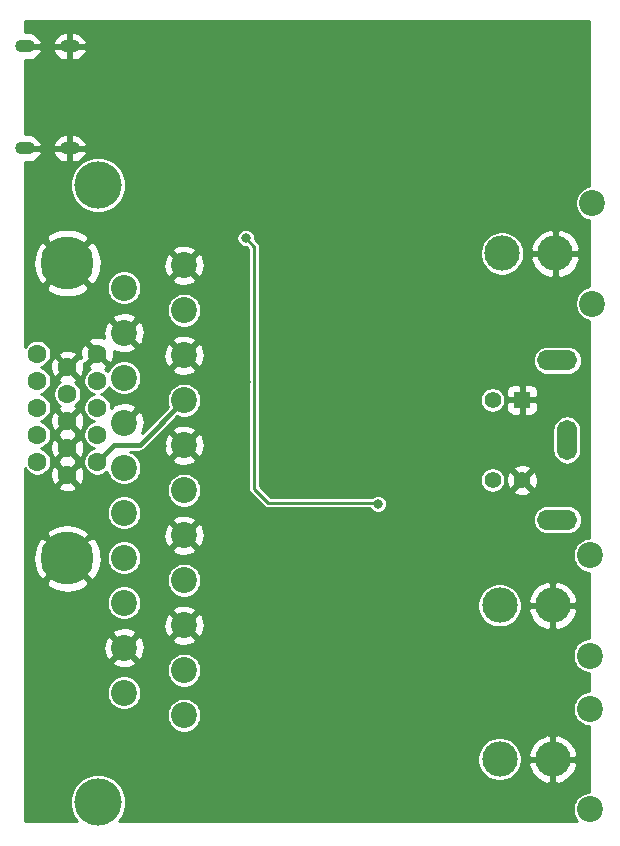
<source format=gbr>
G04 #@! TF.GenerationSoftware,KiCad,Pcbnew,(5.1.9)-1*
G04 #@! TF.CreationDate,2021-06-14T15:24:24+12:00*
G04 #@! TF.ProjectId,rgbntsc,7267626e-7473-4632-9e6b-696361645f70,rev?*
G04 #@! TF.SameCoordinates,Original*
G04 #@! TF.FileFunction,Copper,L2,Bot*
G04 #@! TF.FilePolarity,Positive*
%FSLAX46Y46*%
G04 Gerber Fmt 4.6, Leading zero omitted, Abs format (unit mm)*
G04 Created by KiCad (PCBNEW (5.1.9)-1) date 2021-06-14 15:24:24*
%MOMM*%
%LPD*%
G01*
G04 APERTURE LIST*
G04 #@! TA.AperFunction,ComponentPad*
%ADD10C,1.408000*%
G04 #@! TD*
G04 #@! TA.AperFunction,ComponentPad*
%ADD11R,1.408000X1.408000*%
G04 #@! TD*
G04 #@! TA.AperFunction,ComponentPad*
%ADD12O,3.400000X1.700000*%
G04 #@! TD*
G04 #@! TA.AperFunction,ComponentPad*
%ADD13O,1.700000X3.400000*%
G04 #@! TD*
G04 #@! TA.AperFunction,ComponentPad*
%ADD14C,2.200000*%
G04 #@! TD*
G04 #@! TA.AperFunction,ComponentPad*
%ADD15C,4.000000*%
G04 #@! TD*
G04 #@! TA.AperFunction,ComponentPad*
%ADD16O,1.700000X1.100000*%
G04 #@! TD*
G04 #@! TA.AperFunction,ComponentPad*
%ADD17O,3.000000X3.000000*%
G04 #@! TD*
G04 #@! TA.AperFunction,WasherPad*
%ADD18C,2.200000*%
G04 #@! TD*
G04 #@! TA.AperFunction,ComponentPad*
%ADD19C,4.500000*%
G04 #@! TD*
G04 #@! TA.AperFunction,ComponentPad*
%ADD20C,1.600000*%
G04 #@! TD*
G04 #@! TA.AperFunction,ViaPad*
%ADD21C,0.800000*%
G04 #@! TD*
G04 #@! TA.AperFunction,Conductor*
%ADD22C,0.400000*%
G04 #@! TD*
G04 #@! TA.AperFunction,Conductor*
%ADD23C,0.250000*%
G04 #@! TD*
G04 #@! TA.AperFunction,Conductor*
%ADD24C,0.254000*%
G04 #@! TD*
G04 #@! TA.AperFunction,Conductor*
%ADD25C,0.100000*%
G04 #@! TD*
G04 APERTURE END LIST*
D10*
X60600000Y-80000000D03*
X63100000Y-80000000D03*
D11*
X63100000Y-73200000D03*
D10*
X60600000Y-73200000D03*
D12*
X66100000Y-83350000D03*
D13*
X66900000Y-76600000D03*
D12*
X66100000Y-69850000D03*
D14*
X34480000Y-99905000D03*
X34480000Y-61805000D03*
X29400000Y-67520000D03*
X34480000Y-65615000D03*
X29400000Y-71330000D03*
X34480000Y-69425000D03*
X29400000Y-75140000D03*
X34480000Y-73235000D03*
X29400000Y-63710000D03*
X34480000Y-77045000D03*
X29400000Y-78950000D03*
X34480000Y-80855000D03*
X29400000Y-82760000D03*
X34480000Y-84665000D03*
X29400000Y-86570000D03*
X34480000Y-88475000D03*
X29400000Y-90380000D03*
X34480000Y-92285000D03*
X29400000Y-94190000D03*
X34480000Y-96095000D03*
X29400000Y-98000000D03*
D15*
X27200000Y-55000000D03*
X27200000Y-107270000D03*
D16*
X24800000Y-43280000D03*
X24800000Y-51920000D03*
X21000000Y-51920000D03*
X21000000Y-43280000D03*
D14*
X69050000Y-56550000D03*
X69050000Y-65050000D03*
D17*
X65900000Y-60800000D03*
X61400000Y-60800000D03*
D18*
X68850000Y-86350000D03*
X68850000Y-94850000D03*
D17*
X65700000Y-90600000D03*
X61200000Y-90600000D03*
D18*
X68850000Y-99370000D03*
X68850000Y-107870000D03*
D17*
X65700000Y-103620000D03*
X61200000Y-103620000D03*
D19*
X24600000Y-61620000D03*
X24600000Y-86620000D03*
D20*
X22060000Y-69280000D03*
X22060000Y-71570000D03*
X22060000Y-73860000D03*
X22060000Y-76150000D03*
X22060000Y-78440000D03*
X24600000Y-77290000D03*
X24600000Y-79580000D03*
X27140000Y-69280000D03*
X27140000Y-71570000D03*
X27140000Y-73860000D03*
X27140000Y-76150000D03*
X27140000Y-78440000D03*
X24600000Y-70420000D03*
X24600000Y-72710000D03*
X24600000Y-75000000D03*
D21*
X27800000Y-84700000D03*
X28255027Y-88554594D03*
X32500000Y-89900000D03*
X33100000Y-87100000D03*
X47300000Y-67800000D03*
X43200000Y-57300000D03*
X41500000Y-61600000D03*
X44800000Y-65800000D03*
X41900000Y-68900000D03*
X36400000Y-86600000D03*
X36400000Y-79400000D03*
X31600000Y-103000000D03*
X36300000Y-102100000D03*
X36400000Y-104900000D03*
X43100000Y-102700000D03*
X43500000Y-104600000D03*
X55300000Y-105000000D03*
X52600000Y-102300000D03*
X56300000Y-100200000D03*
X60300000Y-100900000D03*
X60000000Y-95000000D03*
X63600000Y-94800000D03*
X59600000Y-107300000D03*
X54600000Y-107200000D03*
X44600000Y-108500000D03*
X36700000Y-107700000D03*
X29900000Y-105900000D03*
X25700000Y-101200000D03*
X28700000Y-100400000D03*
X25500000Y-93800000D03*
X32200000Y-98400000D03*
X32000000Y-80700000D03*
X30900000Y-84600000D03*
X32600000Y-77100000D03*
X33200000Y-82800000D03*
X27800000Y-79900000D03*
X24300000Y-57500000D03*
X22800000Y-54600000D03*
X26500000Y-50900000D03*
X29300000Y-51900000D03*
X32400000Y-48500000D03*
X37800000Y-58000000D03*
X32200000Y-57800000D03*
X38200000Y-49700000D03*
X45000000Y-44000000D03*
X49300000Y-43900000D03*
X28100000Y-42200000D03*
X29800000Y-44400000D03*
X37000000Y-42000000D03*
X33600000Y-45300000D03*
X41700000Y-71200000D03*
X37500000Y-61400000D03*
X37900000Y-66400000D03*
X36300000Y-72600000D03*
X31300000Y-74000000D03*
X44900000Y-59000000D03*
X40400000Y-52900000D03*
X43300000Y-50300000D03*
X46200000Y-53300000D03*
X48100000Y-51900000D03*
X48000000Y-57800000D03*
X47100000Y-59300000D03*
X39700000Y-71700000D03*
X52900000Y-86400000D03*
X51200000Y-87600000D03*
X51500000Y-89700000D03*
X51500000Y-91700000D03*
X48300000Y-82800000D03*
X42600000Y-82700000D03*
X41200000Y-86300000D03*
X48200000Y-81000000D03*
X42500000Y-81000000D03*
X41600000Y-75600000D03*
X39500000Y-77500000D03*
X50100000Y-79600000D03*
X56000000Y-82100000D03*
X57000000Y-78200000D03*
X60600000Y-78500000D03*
X58600000Y-79700000D03*
X57200000Y-86000000D03*
X57300000Y-92500000D03*
X48100000Y-97000000D03*
X47900000Y-99000000D03*
X49700000Y-96300000D03*
X57000000Y-89400000D03*
X41200000Y-94100000D03*
X41200000Y-99200000D03*
X44500000Y-96300000D03*
X45900000Y-94600000D03*
X47900000Y-93200000D03*
X41100000Y-90300000D03*
X39500000Y-74900000D03*
X59200000Y-69900000D03*
X61500000Y-70200000D03*
X49900000Y-54900000D03*
X50100000Y-52400000D03*
X31500000Y-41900000D03*
X32100000Y-44800000D03*
X22700000Y-46300000D03*
X22700000Y-48900000D03*
X23200000Y-67400000D03*
X25800000Y-64700000D03*
X21900000Y-66100000D03*
X27100000Y-67200000D03*
X39200000Y-102600000D03*
X41200000Y-102700000D03*
X45500000Y-102100000D03*
X46400000Y-99900000D03*
X38000000Y-100100000D03*
X38000000Y-95800000D03*
X41200000Y-97000000D03*
X45100000Y-79600000D03*
X49900000Y-60100000D03*
X50000000Y-71500000D03*
X47700000Y-70200000D03*
X51900000Y-70000000D03*
X52000000Y-60300000D03*
X55600000Y-60100000D03*
X58900000Y-61200000D03*
X57000000Y-63600000D03*
X61800000Y-64300000D03*
X54200000Y-66900000D03*
X51900000Y-66900000D03*
X55900000Y-71300000D03*
X55700000Y-67400000D03*
X42400000Y-79500000D03*
X43500000Y-75300000D03*
X43800000Y-72600000D03*
X56700000Y-74400000D03*
X60000000Y-75200000D03*
X51900000Y-52000000D03*
X53400000Y-49800000D03*
X48100000Y-55300000D03*
X49900000Y-63800000D03*
X49900000Y-67600000D03*
X48200000Y-61700000D03*
X44600000Y-62500000D03*
X43400000Y-55000000D03*
X37500000Y-55400000D03*
X34100000Y-48400000D03*
X35500000Y-50000000D03*
X59100000Y-46800000D03*
X60100000Y-43400000D03*
X57100000Y-43300000D03*
X54100000Y-47100000D03*
X60800000Y-48900000D03*
X62400000Y-53400000D03*
X65100000Y-55900000D03*
X66300000Y-52600000D03*
X64500000Y-48700000D03*
X57000000Y-52800000D03*
X55300000Y-49300000D03*
X54900000Y-90400000D03*
X39700000Y-59500000D03*
X50900000Y-82000000D03*
D22*
X30715000Y-77000000D02*
X34480000Y-73235000D01*
X27140000Y-78440000D02*
X28580000Y-77000000D01*
X28580000Y-77000000D02*
X30715000Y-77000000D01*
D23*
X40425001Y-60225001D02*
X40425001Y-80725001D01*
X39700000Y-59500000D02*
X40425001Y-60225001D01*
X40425001Y-80725001D02*
X41600000Y-81900000D01*
X50800000Y-81900000D02*
X50900000Y-82000000D01*
X41600000Y-81900000D02*
X50800000Y-81900000D01*
D24*
X68773000Y-55099162D02*
X68619175Y-55129760D01*
X68350378Y-55241099D01*
X68108467Y-55402739D01*
X67902739Y-55608467D01*
X67741099Y-55850378D01*
X67629760Y-56119175D01*
X67573000Y-56404528D01*
X67573000Y-56695472D01*
X67629760Y-56980825D01*
X67741099Y-57249622D01*
X67902739Y-57491533D01*
X68108467Y-57697261D01*
X68350378Y-57858901D01*
X68619175Y-57970240D01*
X68773000Y-58000838D01*
X68773000Y-63599162D01*
X68619175Y-63629760D01*
X68350378Y-63741099D01*
X68108467Y-63902739D01*
X67902739Y-64108467D01*
X67741099Y-64350378D01*
X67629760Y-64619175D01*
X67573000Y-64904528D01*
X67573000Y-65195472D01*
X67629760Y-65480825D01*
X67741099Y-65749622D01*
X67902739Y-65991533D01*
X68108467Y-66197261D01*
X68350378Y-66358901D01*
X68619175Y-66470240D01*
X68773000Y-66500838D01*
X68773000Y-84873000D01*
X68704528Y-84873000D01*
X68419175Y-84929760D01*
X68150378Y-85041099D01*
X67908467Y-85202739D01*
X67702739Y-85408467D01*
X67541099Y-85650378D01*
X67429760Y-85919175D01*
X67373000Y-86204528D01*
X67373000Y-86495472D01*
X67429760Y-86780825D01*
X67541099Y-87049622D01*
X67702739Y-87291533D01*
X67908467Y-87497261D01*
X68150378Y-87658901D01*
X68419175Y-87770240D01*
X68704528Y-87827000D01*
X68773000Y-87827000D01*
X68773000Y-93373000D01*
X68704528Y-93373000D01*
X68419175Y-93429760D01*
X68150378Y-93541099D01*
X67908467Y-93702739D01*
X67702739Y-93908467D01*
X67541099Y-94150378D01*
X67429760Y-94419175D01*
X67373000Y-94704528D01*
X67373000Y-94995472D01*
X67429760Y-95280825D01*
X67541099Y-95549622D01*
X67702739Y-95791533D01*
X67908467Y-95997261D01*
X68150378Y-96158901D01*
X68419175Y-96270240D01*
X68704528Y-96327000D01*
X68773000Y-96327000D01*
X68773000Y-97893000D01*
X68704528Y-97893000D01*
X68419175Y-97949760D01*
X68150378Y-98061099D01*
X67908467Y-98222739D01*
X67702739Y-98428467D01*
X67541099Y-98670378D01*
X67429760Y-98939175D01*
X67373000Y-99224528D01*
X67373000Y-99515472D01*
X67429760Y-99800825D01*
X67541099Y-100069622D01*
X67702739Y-100311533D01*
X67908467Y-100517261D01*
X68150378Y-100678901D01*
X68419175Y-100790240D01*
X68704528Y-100847000D01*
X68773000Y-100847000D01*
X68773000Y-106393000D01*
X68704528Y-106393000D01*
X68419175Y-106449760D01*
X68150378Y-106561099D01*
X67908467Y-106722739D01*
X67702739Y-106928467D01*
X67541099Y-107170378D01*
X67429760Y-107439175D01*
X67373000Y-107724528D01*
X67373000Y-108015472D01*
X67429760Y-108300825D01*
X67541099Y-108569622D01*
X67702739Y-108811533D01*
X67764206Y-108873000D01*
X28958585Y-108873000D01*
X29046336Y-108785249D01*
X29306470Y-108395932D01*
X29485653Y-107963345D01*
X29577000Y-107504114D01*
X29577000Y-107035886D01*
X29485653Y-106576655D01*
X29306470Y-106144068D01*
X29046336Y-105754751D01*
X28715249Y-105423664D01*
X28325932Y-105163530D01*
X27893345Y-104984347D01*
X27434114Y-104893000D01*
X26965886Y-104893000D01*
X26506655Y-104984347D01*
X26074068Y-105163530D01*
X25684751Y-105423664D01*
X25353664Y-105754751D01*
X25093530Y-106144068D01*
X24914347Y-106576655D01*
X24823000Y-107035886D01*
X24823000Y-107504114D01*
X24914347Y-107963345D01*
X25093530Y-108395932D01*
X25353664Y-108785249D01*
X25441415Y-108873000D01*
X21027000Y-108873000D01*
X21027000Y-103435132D01*
X59323000Y-103435132D01*
X59323000Y-103804868D01*
X59395132Y-104167501D01*
X59536624Y-104509093D01*
X59742039Y-104816518D01*
X60003482Y-105077961D01*
X60310907Y-105283376D01*
X60652499Y-105424868D01*
X61015132Y-105497000D01*
X61384868Y-105497000D01*
X61747501Y-105424868D01*
X62089093Y-105283376D01*
X62396518Y-105077961D01*
X62657961Y-104816518D01*
X62863376Y-104509093D01*
X63004868Y-104167501D01*
X63022505Y-104078833D01*
X63614883Y-104078833D01*
X63744462Y-104476803D01*
X63949191Y-104841846D01*
X64221203Y-105159934D01*
X64550044Y-105418844D01*
X64923077Y-105608625D01*
X65241167Y-105705113D01*
X65573000Y-105592165D01*
X65573000Y-103747000D01*
X65827000Y-103747000D01*
X65827000Y-105592165D01*
X66158833Y-105705113D01*
X66476923Y-105608625D01*
X66849956Y-105418844D01*
X67178797Y-105159934D01*
X67450809Y-104841846D01*
X67655538Y-104476803D01*
X67785117Y-104078833D01*
X67672473Y-103747000D01*
X65827000Y-103747000D01*
X65573000Y-103747000D01*
X63727527Y-103747000D01*
X63614883Y-104078833D01*
X63022505Y-104078833D01*
X63077000Y-103804868D01*
X63077000Y-103435132D01*
X63022506Y-103161167D01*
X63614883Y-103161167D01*
X63727527Y-103493000D01*
X65573000Y-103493000D01*
X65573000Y-101647835D01*
X65827000Y-101647835D01*
X65827000Y-103493000D01*
X67672473Y-103493000D01*
X67785117Y-103161167D01*
X67655538Y-102763197D01*
X67450809Y-102398154D01*
X67178797Y-102080066D01*
X66849956Y-101821156D01*
X66476923Y-101631375D01*
X66158833Y-101534887D01*
X65827000Y-101647835D01*
X65573000Y-101647835D01*
X65241167Y-101534887D01*
X64923077Y-101631375D01*
X64550044Y-101821156D01*
X64221203Y-102080066D01*
X63949191Y-102398154D01*
X63744462Y-102763197D01*
X63614883Y-103161167D01*
X63022506Y-103161167D01*
X63004868Y-103072499D01*
X62863376Y-102730907D01*
X62657961Y-102423482D01*
X62396518Y-102162039D01*
X62089093Y-101956624D01*
X61747501Y-101815132D01*
X61384868Y-101743000D01*
X61015132Y-101743000D01*
X60652499Y-101815132D01*
X60310907Y-101956624D01*
X60003482Y-102162039D01*
X59742039Y-102423482D01*
X59536624Y-102730907D01*
X59395132Y-103072499D01*
X59323000Y-103435132D01*
X21027000Y-103435132D01*
X21027000Y-99759528D01*
X33003000Y-99759528D01*
X33003000Y-100050472D01*
X33059760Y-100335825D01*
X33171099Y-100604622D01*
X33332739Y-100846533D01*
X33538467Y-101052261D01*
X33780378Y-101213901D01*
X34049175Y-101325240D01*
X34334528Y-101382000D01*
X34625472Y-101382000D01*
X34910825Y-101325240D01*
X35179622Y-101213901D01*
X35421533Y-101052261D01*
X35627261Y-100846533D01*
X35788901Y-100604622D01*
X35900240Y-100335825D01*
X35957000Y-100050472D01*
X35957000Y-99759528D01*
X35900240Y-99474175D01*
X35788901Y-99205378D01*
X35627261Y-98963467D01*
X35421533Y-98757739D01*
X35179622Y-98596099D01*
X34910825Y-98484760D01*
X34625472Y-98428000D01*
X34334528Y-98428000D01*
X34049175Y-98484760D01*
X33780378Y-98596099D01*
X33538467Y-98757739D01*
X33332739Y-98963467D01*
X33171099Y-99205378D01*
X33059760Y-99474175D01*
X33003000Y-99759528D01*
X21027000Y-99759528D01*
X21027000Y-97854528D01*
X27923000Y-97854528D01*
X27923000Y-98145472D01*
X27979760Y-98430825D01*
X28091099Y-98699622D01*
X28252739Y-98941533D01*
X28458467Y-99147261D01*
X28700378Y-99308901D01*
X28969175Y-99420240D01*
X29254528Y-99477000D01*
X29545472Y-99477000D01*
X29830825Y-99420240D01*
X30099622Y-99308901D01*
X30341533Y-99147261D01*
X30547261Y-98941533D01*
X30708901Y-98699622D01*
X30820240Y-98430825D01*
X30877000Y-98145472D01*
X30877000Y-97854528D01*
X30820240Y-97569175D01*
X30708901Y-97300378D01*
X30547261Y-97058467D01*
X30341533Y-96852739D01*
X30099622Y-96691099D01*
X29830825Y-96579760D01*
X29545472Y-96523000D01*
X29254528Y-96523000D01*
X28969175Y-96579760D01*
X28700378Y-96691099D01*
X28458467Y-96852739D01*
X28252739Y-97058467D01*
X28091099Y-97300378D01*
X27979760Y-97569175D01*
X27923000Y-97854528D01*
X21027000Y-97854528D01*
X21027000Y-95949528D01*
X33003000Y-95949528D01*
X33003000Y-96240472D01*
X33059760Y-96525825D01*
X33171099Y-96794622D01*
X33332739Y-97036533D01*
X33538467Y-97242261D01*
X33780378Y-97403901D01*
X34049175Y-97515240D01*
X34334528Y-97572000D01*
X34625472Y-97572000D01*
X34910825Y-97515240D01*
X35179622Y-97403901D01*
X35421533Y-97242261D01*
X35627261Y-97036533D01*
X35788901Y-96794622D01*
X35900240Y-96525825D01*
X35957000Y-96240472D01*
X35957000Y-95949528D01*
X35900240Y-95664175D01*
X35788901Y-95395378D01*
X35627261Y-95153467D01*
X35421533Y-94947739D01*
X35179622Y-94786099D01*
X34910825Y-94674760D01*
X34625472Y-94618000D01*
X34334528Y-94618000D01*
X34049175Y-94674760D01*
X33780378Y-94786099D01*
X33538467Y-94947739D01*
X33332739Y-95153467D01*
X33171099Y-95395378D01*
X33059760Y-95664175D01*
X33003000Y-95949528D01*
X21027000Y-95949528D01*
X21027000Y-95396712D01*
X28372893Y-95396712D01*
X28480726Y-95671338D01*
X28787384Y-95822216D01*
X29117585Y-95910369D01*
X29458639Y-95932409D01*
X29797439Y-95887489D01*
X30120966Y-95777336D01*
X30319274Y-95671338D01*
X30427107Y-95396712D01*
X29400000Y-94369605D01*
X28372893Y-95396712D01*
X21027000Y-95396712D01*
X21027000Y-94248639D01*
X27657591Y-94248639D01*
X27702511Y-94587439D01*
X27812664Y-94910966D01*
X27918662Y-95109274D01*
X28193288Y-95217107D01*
X29220395Y-94190000D01*
X29579605Y-94190000D01*
X30606712Y-95217107D01*
X30881338Y-95109274D01*
X31032216Y-94802616D01*
X31120369Y-94472415D01*
X31142409Y-94131361D01*
X31097489Y-93792561D01*
X30995058Y-93491712D01*
X33452893Y-93491712D01*
X33560726Y-93766338D01*
X33867384Y-93917216D01*
X34197585Y-94005369D01*
X34538639Y-94027409D01*
X34877439Y-93982489D01*
X35200966Y-93872336D01*
X35399274Y-93766338D01*
X35507107Y-93491712D01*
X34480000Y-92464605D01*
X33452893Y-93491712D01*
X30995058Y-93491712D01*
X30987336Y-93469034D01*
X30881338Y-93270726D01*
X30606712Y-93162893D01*
X29579605Y-94190000D01*
X29220395Y-94190000D01*
X28193288Y-93162893D01*
X27918662Y-93270726D01*
X27767784Y-93577384D01*
X27679631Y-93907585D01*
X27657591Y-94248639D01*
X21027000Y-94248639D01*
X21027000Y-92983288D01*
X28372893Y-92983288D01*
X29400000Y-94010395D01*
X30427107Y-92983288D01*
X30319274Y-92708662D01*
X30012616Y-92557784D01*
X29682415Y-92469631D01*
X29341361Y-92447591D01*
X29002561Y-92492511D01*
X28679034Y-92602664D01*
X28480726Y-92708662D01*
X28372893Y-92983288D01*
X21027000Y-92983288D01*
X21027000Y-92343639D01*
X32737591Y-92343639D01*
X32782511Y-92682439D01*
X32892664Y-93005966D01*
X32998662Y-93204274D01*
X33273288Y-93312107D01*
X34300395Y-92285000D01*
X34659605Y-92285000D01*
X35686712Y-93312107D01*
X35961338Y-93204274D01*
X36112216Y-92897616D01*
X36200369Y-92567415D01*
X36222409Y-92226361D01*
X36177489Y-91887561D01*
X36067336Y-91564034D01*
X35961338Y-91365726D01*
X35686712Y-91257893D01*
X34659605Y-92285000D01*
X34300395Y-92285000D01*
X33273288Y-91257893D01*
X32998662Y-91365726D01*
X32847784Y-91672384D01*
X32759631Y-92002585D01*
X32737591Y-92343639D01*
X21027000Y-92343639D01*
X21027000Y-90234528D01*
X27923000Y-90234528D01*
X27923000Y-90525472D01*
X27979760Y-90810825D01*
X28091099Y-91079622D01*
X28252739Y-91321533D01*
X28458467Y-91527261D01*
X28700378Y-91688901D01*
X28969175Y-91800240D01*
X29254528Y-91857000D01*
X29545472Y-91857000D01*
X29830825Y-91800240D01*
X30099622Y-91688901D01*
X30341533Y-91527261D01*
X30547261Y-91321533D01*
X30708901Y-91079622D01*
X30709453Y-91078288D01*
X33452893Y-91078288D01*
X34480000Y-92105395D01*
X35507107Y-91078288D01*
X35399274Y-90803662D01*
X35092616Y-90652784D01*
X34762415Y-90564631D01*
X34421361Y-90542591D01*
X34082561Y-90587511D01*
X33759034Y-90697664D01*
X33560726Y-90803662D01*
X33452893Y-91078288D01*
X30709453Y-91078288D01*
X30820240Y-90810825D01*
X30877000Y-90525472D01*
X30877000Y-90415132D01*
X59323000Y-90415132D01*
X59323000Y-90784868D01*
X59395132Y-91147501D01*
X59536624Y-91489093D01*
X59742039Y-91796518D01*
X60003482Y-92057961D01*
X60310907Y-92263376D01*
X60652499Y-92404868D01*
X61015132Y-92477000D01*
X61384868Y-92477000D01*
X61747501Y-92404868D01*
X62089093Y-92263376D01*
X62396518Y-92057961D01*
X62657961Y-91796518D01*
X62863376Y-91489093D01*
X63004868Y-91147501D01*
X63022505Y-91058833D01*
X63614883Y-91058833D01*
X63744462Y-91456803D01*
X63949191Y-91821846D01*
X64221203Y-92139934D01*
X64550044Y-92398844D01*
X64923077Y-92588625D01*
X65241167Y-92685113D01*
X65573000Y-92572165D01*
X65573000Y-90727000D01*
X65827000Y-90727000D01*
X65827000Y-92572165D01*
X66158833Y-92685113D01*
X66476923Y-92588625D01*
X66849956Y-92398844D01*
X67178797Y-92139934D01*
X67450809Y-91821846D01*
X67655538Y-91456803D01*
X67785117Y-91058833D01*
X67672473Y-90727000D01*
X65827000Y-90727000D01*
X65573000Y-90727000D01*
X63727527Y-90727000D01*
X63614883Y-91058833D01*
X63022505Y-91058833D01*
X63077000Y-90784868D01*
X63077000Y-90415132D01*
X63022506Y-90141167D01*
X63614883Y-90141167D01*
X63727527Y-90473000D01*
X65573000Y-90473000D01*
X65573000Y-88627835D01*
X65827000Y-88627835D01*
X65827000Y-90473000D01*
X67672473Y-90473000D01*
X67785117Y-90141167D01*
X67655538Y-89743197D01*
X67450809Y-89378154D01*
X67178797Y-89060066D01*
X66849956Y-88801156D01*
X66476923Y-88611375D01*
X66158833Y-88514887D01*
X65827000Y-88627835D01*
X65573000Y-88627835D01*
X65241167Y-88514887D01*
X64923077Y-88611375D01*
X64550044Y-88801156D01*
X64221203Y-89060066D01*
X63949191Y-89378154D01*
X63744462Y-89743197D01*
X63614883Y-90141167D01*
X63022506Y-90141167D01*
X63004868Y-90052499D01*
X62863376Y-89710907D01*
X62657961Y-89403482D01*
X62396518Y-89142039D01*
X62089093Y-88936624D01*
X61747501Y-88795132D01*
X61384868Y-88723000D01*
X61015132Y-88723000D01*
X60652499Y-88795132D01*
X60310907Y-88936624D01*
X60003482Y-89142039D01*
X59742039Y-89403482D01*
X59536624Y-89710907D01*
X59395132Y-90052499D01*
X59323000Y-90415132D01*
X30877000Y-90415132D01*
X30877000Y-90234528D01*
X30820240Y-89949175D01*
X30708901Y-89680378D01*
X30547261Y-89438467D01*
X30341533Y-89232739D01*
X30099622Y-89071099D01*
X29830825Y-88959760D01*
X29545472Y-88903000D01*
X29254528Y-88903000D01*
X28969175Y-88959760D01*
X28700378Y-89071099D01*
X28458467Y-89232739D01*
X28252739Y-89438467D01*
X28091099Y-89680378D01*
X27979760Y-89949175D01*
X27923000Y-90234528D01*
X21027000Y-90234528D01*
X21027000Y-88645340D01*
X22754265Y-88645340D01*
X23000416Y-89037704D01*
X23502822Y-89303312D01*
X24047393Y-89465801D01*
X24613199Y-89518928D01*
X25178498Y-89460652D01*
X25721566Y-89293210D01*
X26199584Y-89037704D01*
X26445735Y-88645340D01*
X24600000Y-86799605D01*
X22754265Y-88645340D01*
X21027000Y-88645340D01*
X21027000Y-86633199D01*
X21701072Y-86633199D01*
X21759348Y-87198498D01*
X21926790Y-87741566D01*
X22182296Y-88219584D01*
X22574660Y-88465735D01*
X24420395Y-86620000D01*
X24779605Y-86620000D01*
X26625340Y-88465735D01*
X26842453Y-88329528D01*
X33003000Y-88329528D01*
X33003000Y-88620472D01*
X33059760Y-88905825D01*
X33171099Y-89174622D01*
X33332739Y-89416533D01*
X33538467Y-89622261D01*
X33780378Y-89783901D01*
X34049175Y-89895240D01*
X34334528Y-89952000D01*
X34625472Y-89952000D01*
X34910825Y-89895240D01*
X35179622Y-89783901D01*
X35421533Y-89622261D01*
X35627261Y-89416533D01*
X35788901Y-89174622D01*
X35900240Y-88905825D01*
X35957000Y-88620472D01*
X35957000Y-88329528D01*
X35900240Y-88044175D01*
X35788901Y-87775378D01*
X35627261Y-87533467D01*
X35421533Y-87327739D01*
X35179622Y-87166099D01*
X34910825Y-87054760D01*
X34625472Y-86998000D01*
X34334528Y-86998000D01*
X34049175Y-87054760D01*
X33780378Y-87166099D01*
X33538467Y-87327739D01*
X33332739Y-87533467D01*
X33171099Y-87775378D01*
X33059760Y-88044175D01*
X33003000Y-88329528D01*
X26842453Y-88329528D01*
X27017704Y-88219584D01*
X27283312Y-87717178D01*
X27445801Y-87172607D01*
X27498928Y-86606801D01*
X27480138Y-86424528D01*
X27923000Y-86424528D01*
X27923000Y-86715472D01*
X27979760Y-87000825D01*
X28091099Y-87269622D01*
X28252739Y-87511533D01*
X28458467Y-87717261D01*
X28700378Y-87878901D01*
X28969175Y-87990240D01*
X29254528Y-88047000D01*
X29545472Y-88047000D01*
X29830825Y-87990240D01*
X30099622Y-87878901D01*
X30341533Y-87717261D01*
X30547261Y-87511533D01*
X30708901Y-87269622D01*
X30820240Y-87000825D01*
X30877000Y-86715472D01*
X30877000Y-86424528D01*
X30820240Y-86139175D01*
X30709454Y-85871712D01*
X33452893Y-85871712D01*
X33560726Y-86146338D01*
X33867384Y-86297216D01*
X34197585Y-86385369D01*
X34538639Y-86407409D01*
X34877439Y-86362489D01*
X35200966Y-86252336D01*
X35399274Y-86146338D01*
X35507107Y-85871712D01*
X34480000Y-84844605D01*
X33452893Y-85871712D01*
X30709454Y-85871712D01*
X30708901Y-85870378D01*
X30547261Y-85628467D01*
X30341533Y-85422739D01*
X30099622Y-85261099D01*
X29830825Y-85149760D01*
X29545472Y-85093000D01*
X29254528Y-85093000D01*
X28969175Y-85149760D01*
X28700378Y-85261099D01*
X28458467Y-85422739D01*
X28252739Y-85628467D01*
X28091099Y-85870378D01*
X27979760Y-86139175D01*
X27923000Y-86424528D01*
X27480138Y-86424528D01*
X27440652Y-86041502D01*
X27273210Y-85498434D01*
X27017704Y-85020416D01*
X26625340Y-84774265D01*
X24779605Y-86620000D01*
X24420395Y-86620000D01*
X22574660Y-84774265D01*
X22182296Y-85020416D01*
X21916688Y-85522822D01*
X21754199Y-86067393D01*
X21701072Y-86633199D01*
X21027000Y-86633199D01*
X21027000Y-84594660D01*
X22754265Y-84594660D01*
X24600000Y-86440395D01*
X26316756Y-84723639D01*
X32737591Y-84723639D01*
X32782511Y-85062439D01*
X32892664Y-85385966D01*
X32998662Y-85584274D01*
X33273288Y-85692107D01*
X34300395Y-84665000D01*
X34659605Y-84665000D01*
X35686712Y-85692107D01*
X35961338Y-85584274D01*
X36112216Y-85277616D01*
X36200369Y-84947415D01*
X36222409Y-84606361D01*
X36177489Y-84267561D01*
X36067336Y-83944034D01*
X35961338Y-83745726D01*
X35686712Y-83637893D01*
X34659605Y-84665000D01*
X34300395Y-84665000D01*
X33273288Y-83637893D01*
X32998662Y-83745726D01*
X32847784Y-84052384D01*
X32759631Y-84382585D01*
X32737591Y-84723639D01*
X26316756Y-84723639D01*
X26445735Y-84594660D01*
X26199584Y-84202296D01*
X25697178Y-83936688D01*
X25152607Y-83774199D01*
X24586801Y-83721072D01*
X24021502Y-83779348D01*
X23478434Y-83946790D01*
X23000416Y-84202296D01*
X22754265Y-84594660D01*
X21027000Y-84594660D01*
X21027000Y-82614528D01*
X27923000Y-82614528D01*
X27923000Y-82905472D01*
X27979760Y-83190825D01*
X28091099Y-83459622D01*
X28252739Y-83701533D01*
X28458467Y-83907261D01*
X28700378Y-84068901D01*
X28969175Y-84180240D01*
X29254528Y-84237000D01*
X29545472Y-84237000D01*
X29830825Y-84180240D01*
X30099622Y-84068901D01*
X30341533Y-83907261D01*
X30547261Y-83701533D01*
X30708901Y-83459622D01*
X30709453Y-83458288D01*
X33452893Y-83458288D01*
X34480000Y-84485395D01*
X35507107Y-83458288D01*
X35464588Y-83350000D01*
X64017064Y-83350000D01*
X64040755Y-83590534D01*
X64110916Y-83821824D01*
X64224851Y-84034983D01*
X64378183Y-84221817D01*
X64565017Y-84375149D01*
X64778176Y-84489084D01*
X65009466Y-84559245D01*
X65189732Y-84577000D01*
X67010268Y-84577000D01*
X67190534Y-84559245D01*
X67421824Y-84489084D01*
X67634983Y-84375149D01*
X67821817Y-84221817D01*
X67975149Y-84034983D01*
X68089084Y-83821824D01*
X68159245Y-83590534D01*
X68182936Y-83350000D01*
X68159245Y-83109466D01*
X68089084Y-82878176D01*
X67975149Y-82665017D01*
X67821817Y-82478183D01*
X67634983Y-82324851D01*
X67421824Y-82210916D01*
X67190534Y-82140755D01*
X67010268Y-82123000D01*
X65189732Y-82123000D01*
X65009466Y-82140755D01*
X64778176Y-82210916D01*
X64565017Y-82324851D01*
X64378183Y-82478183D01*
X64224851Y-82665017D01*
X64110916Y-82878176D01*
X64040755Y-83109466D01*
X64017064Y-83350000D01*
X35464588Y-83350000D01*
X35399274Y-83183662D01*
X35092616Y-83032784D01*
X34762415Y-82944631D01*
X34421361Y-82922591D01*
X34082561Y-82967511D01*
X33759034Y-83077664D01*
X33560726Y-83183662D01*
X33452893Y-83458288D01*
X30709453Y-83458288D01*
X30820240Y-83190825D01*
X30877000Y-82905472D01*
X30877000Y-82614528D01*
X30820240Y-82329175D01*
X30708901Y-82060378D01*
X30547261Y-81818467D01*
X30341533Y-81612739D01*
X30099622Y-81451099D01*
X29830825Y-81339760D01*
X29545472Y-81283000D01*
X29254528Y-81283000D01*
X28969175Y-81339760D01*
X28700378Y-81451099D01*
X28458467Y-81612739D01*
X28252739Y-81818467D01*
X28091099Y-82060378D01*
X27979760Y-82329175D01*
X27923000Y-82614528D01*
X21027000Y-82614528D01*
X21027000Y-80572702D01*
X23786903Y-80572702D01*
X23858486Y-80816671D01*
X24113996Y-80937571D01*
X24388184Y-81006300D01*
X24670512Y-81020217D01*
X24950130Y-80978787D01*
X25216292Y-80883603D01*
X25341514Y-80816671D01*
X25372950Y-80709528D01*
X33003000Y-80709528D01*
X33003000Y-81000472D01*
X33059760Y-81285825D01*
X33171099Y-81554622D01*
X33332739Y-81796533D01*
X33538467Y-82002261D01*
X33780378Y-82163901D01*
X34049175Y-82275240D01*
X34334528Y-82332000D01*
X34625472Y-82332000D01*
X34910825Y-82275240D01*
X35179622Y-82163901D01*
X35421533Y-82002261D01*
X35627261Y-81796533D01*
X35788901Y-81554622D01*
X35900240Y-81285825D01*
X35957000Y-81000472D01*
X35957000Y-80709528D01*
X35900240Y-80424175D01*
X35788901Y-80155378D01*
X35627261Y-79913467D01*
X35421533Y-79707739D01*
X35179622Y-79546099D01*
X34910825Y-79434760D01*
X34625472Y-79378000D01*
X34334528Y-79378000D01*
X34049175Y-79434760D01*
X33780378Y-79546099D01*
X33538467Y-79707739D01*
X33332739Y-79913467D01*
X33171099Y-80155378D01*
X33059760Y-80424175D01*
X33003000Y-80709528D01*
X25372950Y-80709528D01*
X25413097Y-80572702D01*
X24600000Y-79759605D01*
X23786903Y-80572702D01*
X21027000Y-80572702D01*
X21027000Y-79650512D01*
X23159783Y-79650512D01*
X23201213Y-79930130D01*
X23296397Y-80196292D01*
X23363329Y-80321514D01*
X23607298Y-80393097D01*
X24420395Y-79580000D01*
X24779605Y-79580000D01*
X25592702Y-80393097D01*
X25836671Y-80321514D01*
X25957571Y-80066004D01*
X26026300Y-79791816D01*
X26040217Y-79509488D01*
X25998787Y-79229870D01*
X25903603Y-78963708D01*
X25836671Y-78838486D01*
X25592702Y-78766903D01*
X24779605Y-79580000D01*
X24420395Y-79580000D01*
X23607298Y-78766903D01*
X23363329Y-78838486D01*
X23242429Y-79093996D01*
X23173700Y-79368184D01*
X23159783Y-79650512D01*
X21027000Y-79650512D01*
X21027000Y-79012551D01*
X21145764Y-79190294D01*
X21309706Y-79354236D01*
X21502481Y-79483044D01*
X21716682Y-79571769D01*
X21944076Y-79617000D01*
X22175924Y-79617000D01*
X22403318Y-79571769D01*
X22617519Y-79483044D01*
X22810294Y-79354236D01*
X22974236Y-79190294D01*
X23103044Y-78997519D01*
X23191769Y-78783318D01*
X23237000Y-78555924D01*
X23237000Y-78324076D01*
X23228771Y-78282702D01*
X23786903Y-78282702D01*
X23831589Y-78435000D01*
X23786903Y-78587298D01*
X24600000Y-79400395D01*
X25413097Y-78587298D01*
X25368411Y-78435000D01*
X25413097Y-78282702D01*
X24600000Y-77469605D01*
X23786903Y-78282702D01*
X23228771Y-78282702D01*
X23191769Y-78096682D01*
X23103044Y-77882481D01*
X22974236Y-77689706D01*
X22810294Y-77525764D01*
X22617519Y-77396956D01*
X22529536Y-77360512D01*
X23159783Y-77360512D01*
X23201213Y-77640130D01*
X23296397Y-77906292D01*
X23363329Y-78031514D01*
X23607298Y-78103097D01*
X24420395Y-77290000D01*
X24779605Y-77290000D01*
X25592702Y-78103097D01*
X25836671Y-78031514D01*
X25957571Y-77776004D01*
X26026300Y-77501816D01*
X26040217Y-77219488D01*
X25998787Y-76939870D01*
X25903603Y-76673708D01*
X25836671Y-76548486D01*
X25592702Y-76476903D01*
X24779605Y-77290000D01*
X24420395Y-77290000D01*
X23607298Y-76476903D01*
X23363329Y-76548486D01*
X23242429Y-76803996D01*
X23173700Y-77078184D01*
X23159783Y-77360512D01*
X22529536Y-77360512D01*
X22403318Y-77308231D01*
X22336801Y-77295000D01*
X22403318Y-77281769D01*
X22617519Y-77193044D01*
X22810294Y-77064236D01*
X22974236Y-76900294D01*
X23103044Y-76707519D01*
X23191769Y-76493318D01*
X23237000Y-76265924D01*
X23237000Y-76034076D01*
X23228771Y-75992702D01*
X23786903Y-75992702D01*
X23831589Y-76145000D01*
X23786903Y-76297298D01*
X24600000Y-77110395D01*
X25413097Y-76297298D01*
X25368411Y-76145000D01*
X25413097Y-75992702D01*
X24600000Y-75179605D01*
X23786903Y-75992702D01*
X23228771Y-75992702D01*
X23191769Y-75806682D01*
X23103044Y-75592481D01*
X22974236Y-75399706D01*
X22810294Y-75235764D01*
X22617519Y-75106956D01*
X22529536Y-75070512D01*
X23159783Y-75070512D01*
X23201213Y-75350130D01*
X23296397Y-75616292D01*
X23363329Y-75741514D01*
X23607298Y-75813097D01*
X24420395Y-75000000D01*
X24779605Y-75000000D01*
X25592702Y-75813097D01*
X25836671Y-75741514D01*
X25957571Y-75486004D01*
X26026300Y-75211816D01*
X26040217Y-74929488D01*
X25998787Y-74649870D01*
X25903603Y-74383708D01*
X25836671Y-74258486D01*
X25592702Y-74186903D01*
X24779605Y-75000000D01*
X24420395Y-75000000D01*
X23607298Y-74186903D01*
X23363329Y-74258486D01*
X23242429Y-74513996D01*
X23173700Y-74788184D01*
X23159783Y-75070512D01*
X22529536Y-75070512D01*
X22403318Y-75018231D01*
X22336801Y-75005000D01*
X22403318Y-74991769D01*
X22617519Y-74903044D01*
X22810294Y-74774236D01*
X22974236Y-74610294D01*
X23103044Y-74417519D01*
X23191769Y-74203318D01*
X23237000Y-73975924D01*
X23237000Y-73744076D01*
X23191769Y-73516682D01*
X23103044Y-73302481D01*
X22974236Y-73109706D01*
X22810294Y-72945764D01*
X22617519Y-72816956D01*
X22403318Y-72728231D01*
X22336801Y-72715000D01*
X22403318Y-72701769D01*
X22617519Y-72613044D01*
X22645906Y-72594076D01*
X23423000Y-72594076D01*
X23423000Y-72825924D01*
X23468231Y-73053318D01*
X23556956Y-73267519D01*
X23685764Y-73460294D01*
X23849706Y-73624236D01*
X23969260Y-73704119D01*
X23858486Y-73763329D01*
X23786903Y-74007298D01*
X24600000Y-74820395D01*
X25413097Y-74007298D01*
X25341514Y-73763329D01*
X25224787Y-73708097D01*
X25350294Y-73624236D01*
X25514236Y-73460294D01*
X25643044Y-73267519D01*
X25731769Y-73053318D01*
X25777000Y-72825924D01*
X25777000Y-72594076D01*
X25731769Y-72366682D01*
X25643044Y-72152481D01*
X25514236Y-71959706D01*
X25350294Y-71795764D01*
X25230740Y-71715881D01*
X25341514Y-71656671D01*
X25400957Y-71454076D01*
X25963000Y-71454076D01*
X25963000Y-71685924D01*
X26008231Y-71913318D01*
X26096956Y-72127519D01*
X26225764Y-72320294D01*
X26389706Y-72484236D01*
X26582481Y-72613044D01*
X26796682Y-72701769D01*
X26863199Y-72715000D01*
X26796682Y-72728231D01*
X26582481Y-72816956D01*
X26389706Y-72945764D01*
X26225764Y-73109706D01*
X26096956Y-73302481D01*
X26008231Y-73516682D01*
X25963000Y-73744076D01*
X25963000Y-73975924D01*
X26008231Y-74203318D01*
X26096956Y-74417519D01*
X26225764Y-74610294D01*
X26389706Y-74774236D01*
X26582481Y-74903044D01*
X26796682Y-74991769D01*
X26863199Y-75005000D01*
X26796682Y-75018231D01*
X26582481Y-75106956D01*
X26389706Y-75235764D01*
X26225764Y-75399706D01*
X26096956Y-75592481D01*
X26008231Y-75806682D01*
X25963000Y-76034076D01*
X25963000Y-76265924D01*
X26008231Y-76493318D01*
X26096956Y-76707519D01*
X26225764Y-76900294D01*
X26389706Y-77064236D01*
X26582481Y-77193044D01*
X26796682Y-77281769D01*
X26863199Y-77295000D01*
X26796682Y-77308231D01*
X26582481Y-77396956D01*
X26389706Y-77525764D01*
X26225764Y-77689706D01*
X26096956Y-77882481D01*
X26008231Y-78096682D01*
X25963000Y-78324076D01*
X25963000Y-78555924D01*
X26008231Y-78783318D01*
X26096956Y-78997519D01*
X26225764Y-79190294D01*
X26389706Y-79354236D01*
X26582481Y-79483044D01*
X26796682Y-79571769D01*
X27024076Y-79617000D01*
X27255924Y-79617000D01*
X27483318Y-79571769D01*
X27697519Y-79483044D01*
X27890294Y-79354236D01*
X27960505Y-79284025D01*
X27979760Y-79380825D01*
X28091099Y-79649622D01*
X28252739Y-79891533D01*
X28458467Y-80097261D01*
X28700378Y-80258901D01*
X28969175Y-80370240D01*
X29254528Y-80427000D01*
X29545472Y-80427000D01*
X29830825Y-80370240D01*
X30099622Y-80258901D01*
X30341533Y-80097261D01*
X30547261Y-79891533D01*
X30708901Y-79649622D01*
X30820240Y-79380825D01*
X30877000Y-79095472D01*
X30877000Y-78804528D01*
X30820240Y-78519175D01*
X30709454Y-78251712D01*
X33452893Y-78251712D01*
X33560726Y-78526338D01*
X33867384Y-78677216D01*
X34197585Y-78765369D01*
X34538639Y-78787409D01*
X34877439Y-78742489D01*
X35200966Y-78632336D01*
X35399274Y-78526338D01*
X35507107Y-78251712D01*
X34480000Y-77224605D01*
X33452893Y-78251712D01*
X30709454Y-78251712D01*
X30708901Y-78250378D01*
X30547261Y-78008467D01*
X30341533Y-77802739D01*
X30099622Y-77641099D01*
X29944873Y-77577000D01*
X30686669Y-77577000D01*
X30715000Y-77579790D01*
X30743331Y-77577000D01*
X30743336Y-77577000D01*
X30773045Y-77574074D01*
X30828111Y-77568651D01*
X30872770Y-77555103D01*
X30936876Y-77535657D01*
X31037115Y-77482079D01*
X31124974Y-77409974D01*
X31143039Y-77387962D01*
X31427362Y-77103639D01*
X32737591Y-77103639D01*
X32782511Y-77442439D01*
X32892664Y-77765966D01*
X32998662Y-77964274D01*
X33273288Y-78072107D01*
X34300395Y-77045000D01*
X34659605Y-77045000D01*
X35686712Y-78072107D01*
X35961338Y-77964274D01*
X36112216Y-77657616D01*
X36200369Y-77327415D01*
X36222409Y-76986361D01*
X36177489Y-76647561D01*
X36067336Y-76324034D01*
X35961338Y-76125726D01*
X35686712Y-76017893D01*
X34659605Y-77045000D01*
X34300395Y-77045000D01*
X33273288Y-76017893D01*
X32998662Y-76125726D01*
X32847784Y-76432384D01*
X32759631Y-76762585D01*
X32737591Y-77103639D01*
X31427362Y-77103639D01*
X32692713Y-75838288D01*
X33452893Y-75838288D01*
X34480000Y-76865395D01*
X35507107Y-75838288D01*
X35399274Y-75563662D01*
X35092616Y-75412784D01*
X34762415Y-75324631D01*
X34421361Y-75302591D01*
X34082561Y-75347511D01*
X33759034Y-75457664D01*
X33560726Y-75563662D01*
X33452893Y-75838288D01*
X32692713Y-75838288D01*
X33926553Y-74604449D01*
X34049175Y-74655240D01*
X34334528Y-74712000D01*
X34625472Y-74712000D01*
X34910825Y-74655240D01*
X35179622Y-74543901D01*
X35421533Y-74382261D01*
X35627261Y-74176533D01*
X35788901Y-73934622D01*
X35900240Y-73665825D01*
X35957000Y-73380472D01*
X35957000Y-73089528D01*
X35900240Y-72804175D01*
X35788901Y-72535378D01*
X35627261Y-72293467D01*
X35421533Y-72087739D01*
X35179622Y-71926099D01*
X34910825Y-71814760D01*
X34625472Y-71758000D01*
X34334528Y-71758000D01*
X34049175Y-71814760D01*
X33780378Y-71926099D01*
X33538467Y-72087739D01*
X33332739Y-72293467D01*
X33171099Y-72535378D01*
X33059760Y-72804175D01*
X33003000Y-73089528D01*
X33003000Y-73380472D01*
X33059760Y-73665825D01*
X33110551Y-73788447D01*
X30921642Y-75977357D01*
X31032216Y-75752616D01*
X31120369Y-75422415D01*
X31142409Y-75081361D01*
X31097489Y-74742561D01*
X30987336Y-74419034D01*
X30881338Y-74220726D01*
X30606712Y-74112893D01*
X29579605Y-75140000D01*
X29593748Y-75154143D01*
X29414143Y-75333748D01*
X29400000Y-75319605D01*
X29385858Y-75333748D01*
X29206253Y-75154143D01*
X29220395Y-75140000D01*
X29206253Y-75125858D01*
X29385858Y-74946253D01*
X29400000Y-74960395D01*
X30427107Y-73933288D01*
X30319274Y-73658662D01*
X30012616Y-73507784D01*
X29682415Y-73419631D01*
X29341361Y-73397591D01*
X29002561Y-73442511D01*
X28679034Y-73552664D01*
X28480726Y-73658662D01*
X28372894Y-73933286D01*
X28317000Y-73877392D01*
X28317000Y-73744076D01*
X28271769Y-73516682D01*
X28183044Y-73302481D01*
X28054236Y-73109706D01*
X27890294Y-72945764D01*
X27697519Y-72816956D01*
X27483318Y-72728231D01*
X27416801Y-72715000D01*
X27483318Y-72701769D01*
X27697519Y-72613044D01*
X27890294Y-72484236D01*
X28054236Y-72320294D01*
X28169778Y-72147373D01*
X28252739Y-72271533D01*
X28458467Y-72477261D01*
X28700378Y-72638901D01*
X28969175Y-72750240D01*
X29254528Y-72807000D01*
X29545472Y-72807000D01*
X29830825Y-72750240D01*
X30099622Y-72638901D01*
X30341533Y-72477261D01*
X30547261Y-72271533D01*
X30708901Y-72029622D01*
X30820240Y-71760825D01*
X30877000Y-71475472D01*
X30877000Y-71184528D01*
X30820240Y-70899175D01*
X30709454Y-70631712D01*
X33452893Y-70631712D01*
X33560726Y-70906338D01*
X33867384Y-71057216D01*
X34197585Y-71145369D01*
X34538639Y-71167409D01*
X34877439Y-71122489D01*
X35200966Y-71012336D01*
X35399274Y-70906338D01*
X35507107Y-70631712D01*
X34480000Y-69604605D01*
X33452893Y-70631712D01*
X30709454Y-70631712D01*
X30708901Y-70630378D01*
X30547261Y-70388467D01*
X30341533Y-70182739D01*
X30099622Y-70021099D01*
X29830825Y-69909760D01*
X29545472Y-69853000D01*
X29254528Y-69853000D01*
X28969175Y-69909760D01*
X28700378Y-70021099D01*
X28458467Y-70182739D01*
X28252739Y-70388467D01*
X28091099Y-70630378D01*
X28024849Y-70790319D01*
X27890294Y-70655764D01*
X27770740Y-70575881D01*
X27881514Y-70516671D01*
X27953097Y-70272702D01*
X27140000Y-69459605D01*
X26326903Y-70272702D01*
X26398486Y-70516671D01*
X26515213Y-70571903D01*
X26389706Y-70655764D01*
X26225764Y-70819706D01*
X26096956Y-71012481D01*
X26008231Y-71226682D01*
X25963000Y-71454076D01*
X25400957Y-71454076D01*
X25413097Y-71412702D01*
X24600000Y-70599605D01*
X23786903Y-71412702D01*
X23858486Y-71656671D01*
X23975213Y-71711903D01*
X23849706Y-71795764D01*
X23685764Y-71959706D01*
X23556956Y-72152481D01*
X23468231Y-72366682D01*
X23423000Y-72594076D01*
X22645906Y-72594076D01*
X22810294Y-72484236D01*
X22974236Y-72320294D01*
X23103044Y-72127519D01*
X23191769Y-71913318D01*
X23237000Y-71685924D01*
X23237000Y-71454076D01*
X23191769Y-71226682D01*
X23103044Y-71012481D01*
X22974236Y-70819706D01*
X22810294Y-70655764D01*
X22617519Y-70526956D01*
X22529536Y-70490512D01*
X23159783Y-70490512D01*
X23201213Y-70770130D01*
X23296397Y-71036292D01*
X23363329Y-71161514D01*
X23607298Y-71233097D01*
X24420395Y-70420000D01*
X24779605Y-70420000D01*
X25592702Y-71233097D01*
X25836671Y-71161514D01*
X25957571Y-70906004D01*
X26026300Y-70631816D01*
X26040217Y-70349488D01*
X25998787Y-70069870D01*
X25990657Y-70047137D01*
X26147298Y-70093097D01*
X26960395Y-69280000D01*
X26147298Y-68466903D01*
X25903329Y-68538486D01*
X25782429Y-68793996D01*
X25713700Y-69068184D01*
X25699783Y-69350512D01*
X25741213Y-69630130D01*
X25749343Y-69652863D01*
X25592702Y-69606903D01*
X24779605Y-70420000D01*
X24420395Y-70420000D01*
X23607298Y-69606903D01*
X23363329Y-69678486D01*
X23242429Y-69933996D01*
X23173700Y-70208184D01*
X23159783Y-70490512D01*
X22529536Y-70490512D01*
X22403318Y-70438231D01*
X22336801Y-70425000D01*
X22403318Y-70411769D01*
X22617519Y-70323044D01*
X22810294Y-70194236D01*
X22974236Y-70030294D01*
X23103044Y-69837519D01*
X23191769Y-69623318D01*
X23230759Y-69427298D01*
X23786903Y-69427298D01*
X24600000Y-70240395D01*
X25413097Y-69427298D01*
X25341514Y-69183329D01*
X25086004Y-69062429D01*
X24811816Y-68993700D01*
X24529488Y-68979783D01*
X24249870Y-69021213D01*
X23983708Y-69116397D01*
X23858486Y-69183329D01*
X23786903Y-69427298D01*
X23230759Y-69427298D01*
X23237000Y-69395924D01*
X23237000Y-69164076D01*
X23191769Y-68936682D01*
X23103044Y-68722481D01*
X22974236Y-68529706D01*
X22810294Y-68365764D01*
X22692862Y-68287298D01*
X26326903Y-68287298D01*
X27140000Y-69100395D01*
X27154143Y-69086253D01*
X27333748Y-69265858D01*
X27319605Y-69280000D01*
X28132702Y-70093097D01*
X28376671Y-70021514D01*
X28497571Y-69766004D01*
X28566300Y-69491816D01*
X28566703Y-69483639D01*
X32737591Y-69483639D01*
X32782511Y-69822439D01*
X32892664Y-70145966D01*
X32998662Y-70344274D01*
X33273288Y-70452107D01*
X34300395Y-69425000D01*
X34659605Y-69425000D01*
X35686712Y-70452107D01*
X35961338Y-70344274D01*
X36112216Y-70037616D01*
X36200369Y-69707415D01*
X36222409Y-69366361D01*
X36177489Y-69027561D01*
X36067336Y-68704034D01*
X35961338Y-68505726D01*
X35686712Y-68397893D01*
X34659605Y-69425000D01*
X34300395Y-69425000D01*
X33273288Y-68397893D01*
X32998662Y-68505726D01*
X32847784Y-68812384D01*
X32759631Y-69142585D01*
X32737591Y-69483639D01*
X28566703Y-69483639D01*
X28580217Y-69209488D01*
X28554774Y-69037770D01*
X28787384Y-69152216D01*
X29117585Y-69240369D01*
X29458639Y-69262409D01*
X29797439Y-69217489D01*
X30120966Y-69107336D01*
X30319274Y-69001338D01*
X30427107Y-68726712D01*
X29400000Y-67699605D01*
X29385858Y-67713748D01*
X29206253Y-67534143D01*
X29220395Y-67520000D01*
X29579605Y-67520000D01*
X30606712Y-68547107D01*
X30881338Y-68439274D01*
X30990064Y-68218288D01*
X33452893Y-68218288D01*
X34480000Y-69245395D01*
X35507107Y-68218288D01*
X35399274Y-67943662D01*
X35092616Y-67792784D01*
X34762415Y-67704631D01*
X34421361Y-67682591D01*
X34082561Y-67727511D01*
X33759034Y-67837664D01*
X33560726Y-67943662D01*
X33452893Y-68218288D01*
X30990064Y-68218288D01*
X31032216Y-68132616D01*
X31120369Y-67802415D01*
X31142409Y-67461361D01*
X31097489Y-67122561D01*
X30987336Y-66799034D01*
X30881338Y-66600726D01*
X30606712Y-66492893D01*
X29579605Y-67520000D01*
X29220395Y-67520000D01*
X28193288Y-66492893D01*
X27918662Y-66600726D01*
X27767784Y-66907384D01*
X27679631Y-67237585D01*
X27657591Y-67578639D01*
X27702511Y-67917439D01*
X27719229Y-67966540D01*
X27626004Y-67922429D01*
X27351816Y-67853700D01*
X27069488Y-67839783D01*
X26789870Y-67881213D01*
X26523708Y-67976397D01*
X26398486Y-68043329D01*
X26326903Y-68287298D01*
X22692862Y-68287298D01*
X22617519Y-68236956D01*
X22403318Y-68148231D01*
X22175924Y-68103000D01*
X21944076Y-68103000D01*
X21716682Y-68148231D01*
X21502481Y-68236956D01*
X21309706Y-68365764D01*
X21145764Y-68529706D01*
X21027000Y-68707449D01*
X21027000Y-66313288D01*
X28372893Y-66313288D01*
X29400000Y-67340395D01*
X30427107Y-66313288D01*
X30319274Y-66038662D01*
X30012616Y-65887784D01*
X29682415Y-65799631D01*
X29341361Y-65777591D01*
X29002561Y-65822511D01*
X28679034Y-65932664D01*
X28480726Y-66038662D01*
X28372893Y-66313288D01*
X21027000Y-66313288D01*
X21027000Y-65469528D01*
X33003000Y-65469528D01*
X33003000Y-65760472D01*
X33059760Y-66045825D01*
X33171099Y-66314622D01*
X33332739Y-66556533D01*
X33538467Y-66762261D01*
X33780378Y-66923901D01*
X34049175Y-67035240D01*
X34334528Y-67092000D01*
X34625472Y-67092000D01*
X34910825Y-67035240D01*
X35179622Y-66923901D01*
X35421533Y-66762261D01*
X35627261Y-66556533D01*
X35788901Y-66314622D01*
X35900240Y-66045825D01*
X35957000Y-65760472D01*
X35957000Y-65469528D01*
X35900240Y-65184175D01*
X35788901Y-64915378D01*
X35627261Y-64673467D01*
X35421533Y-64467739D01*
X35179622Y-64306099D01*
X34910825Y-64194760D01*
X34625472Y-64138000D01*
X34334528Y-64138000D01*
X34049175Y-64194760D01*
X33780378Y-64306099D01*
X33538467Y-64467739D01*
X33332739Y-64673467D01*
X33171099Y-64915378D01*
X33059760Y-65184175D01*
X33003000Y-65469528D01*
X21027000Y-65469528D01*
X21027000Y-63645340D01*
X22754265Y-63645340D01*
X23000416Y-64037704D01*
X23502822Y-64303312D01*
X24047393Y-64465801D01*
X24613199Y-64518928D01*
X25178498Y-64460652D01*
X25721566Y-64293210D01*
X26199584Y-64037704D01*
X26445735Y-63645340D01*
X26364923Y-63564528D01*
X27923000Y-63564528D01*
X27923000Y-63855472D01*
X27979760Y-64140825D01*
X28091099Y-64409622D01*
X28252739Y-64651533D01*
X28458467Y-64857261D01*
X28700378Y-65018901D01*
X28969175Y-65130240D01*
X29254528Y-65187000D01*
X29545472Y-65187000D01*
X29830825Y-65130240D01*
X30099622Y-65018901D01*
X30341533Y-64857261D01*
X30547261Y-64651533D01*
X30708901Y-64409622D01*
X30820240Y-64140825D01*
X30877000Y-63855472D01*
X30877000Y-63564528D01*
X30820240Y-63279175D01*
X30709454Y-63011712D01*
X33452893Y-63011712D01*
X33560726Y-63286338D01*
X33867384Y-63437216D01*
X34197585Y-63525369D01*
X34538639Y-63547409D01*
X34877439Y-63502489D01*
X35200966Y-63392336D01*
X35399274Y-63286338D01*
X35507107Y-63011712D01*
X34480000Y-61984605D01*
X33452893Y-63011712D01*
X30709454Y-63011712D01*
X30708901Y-63010378D01*
X30547261Y-62768467D01*
X30341533Y-62562739D01*
X30099622Y-62401099D01*
X29830825Y-62289760D01*
X29545472Y-62233000D01*
X29254528Y-62233000D01*
X28969175Y-62289760D01*
X28700378Y-62401099D01*
X28458467Y-62562739D01*
X28252739Y-62768467D01*
X28091099Y-63010378D01*
X27979760Y-63279175D01*
X27923000Y-63564528D01*
X26364923Y-63564528D01*
X24600000Y-61799605D01*
X22754265Y-63645340D01*
X21027000Y-63645340D01*
X21027000Y-61633199D01*
X21701072Y-61633199D01*
X21759348Y-62198498D01*
X21926790Y-62741566D01*
X22182296Y-63219584D01*
X22574660Y-63465735D01*
X24420395Y-61620000D01*
X24779605Y-61620000D01*
X26625340Y-63465735D01*
X27017704Y-63219584D01*
X27283312Y-62717178D01*
X27445801Y-62172607D01*
X27474811Y-61863639D01*
X32737591Y-61863639D01*
X32782511Y-62202439D01*
X32892664Y-62525966D01*
X32998662Y-62724274D01*
X33273288Y-62832107D01*
X34300395Y-61805000D01*
X34659605Y-61805000D01*
X35686712Y-62832107D01*
X35961338Y-62724274D01*
X36112216Y-62417616D01*
X36200369Y-62087415D01*
X36222409Y-61746361D01*
X36177489Y-61407561D01*
X36067336Y-61084034D01*
X35961338Y-60885726D01*
X35686712Y-60777893D01*
X34659605Y-61805000D01*
X34300395Y-61805000D01*
X33273288Y-60777893D01*
X32998662Y-60885726D01*
X32847784Y-61192384D01*
X32759631Y-61522585D01*
X32737591Y-61863639D01*
X27474811Y-61863639D01*
X27498928Y-61606801D01*
X27440652Y-61041502D01*
X27303998Y-60598288D01*
X33452893Y-60598288D01*
X34480000Y-61625395D01*
X35507107Y-60598288D01*
X35399274Y-60323662D01*
X35092616Y-60172784D01*
X34762415Y-60084631D01*
X34421361Y-60062591D01*
X34082561Y-60107511D01*
X33759034Y-60217664D01*
X33560726Y-60323662D01*
X33452893Y-60598288D01*
X27303998Y-60598288D01*
X27273210Y-60498434D01*
X27017704Y-60020416D01*
X26625340Y-59774265D01*
X24779605Y-61620000D01*
X24420395Y-61620000D01*
X22574660Y-59774265D01*
X22182296Y-60020416D01*
X21916688Y-60522822D01*
X21754199Y-61067393D01*
X21701072Y-61633199D01*
X21027000Y-61633199D01*
X21027000Y-59594660D01*
X22754265Y-59594660D01*
X24600000Y-61440395D01*
X26445735Y-59594660D01*
X26338340Y-59423472D01*
X38923000Y-59423472D01*
X38923000Y-59576528D01*
X38952859Y-59726643D01*
X39011431Y-59868048D01*
X39096464Y-59995309D01*
X39204691Y-60103536D01*
X39331952Y-60188569D01*
X39473357Y-60247141D01*
X39623472Y-60277000D01*
X39767065Y-60277000D01*
X39923001Y-60432936D01*
X39923002Y-80700348D01*
X39920574Y-80725001D01*
X39930266Y-80823410D01*
X39958971Y-80918037D01*
X40005585Y-81005246D01*
X40052602Y-81062536D01*
X40052605Y-81062539D01*
X40068318Y-81081685D01*
X40087464Y-81097398D01*
X41227603Y-82237538D01*
X41243316Y-82256684D01*
X41262462Y-82272397D01*
X41262465Y-82272400D01*
X41319754Y-82319417D01*
X41406963Y-82366031D01*
X41501590Y-82394736D01*
X41510432Y-82395607D01*
X41575347Y-82402000D01*
X41575354Y-82402000D01*
X41600000Y-82404427D01*
X41624645Y-82402000D01*
X50234117Y-82402000D01*
X50296464Y-82495309D01*
X50404691Y-82603536D01*
X50531952Y-82688569D01*
X50673357Y-82747141D01*
X50823472Y-82777000D01*
X50976528Y-82777000D01*
X51126643Y-82747141D01*
X51268048Y-82688569D01*
X51395309Y-82603536D01*
X51503536Y-82495309D01*
X51588569Y-82368048D01*
X51647141Y-82226643D01*
X51677000Y-82076528D01*
X51677000Y-81923472D01*
X51647141Y-81773357D01*
X51588569Y-81631952D01*
X51503536Y-81504691D01*
X51395309Y-81396464D01*
X51268048Y-81311431D01*
X51126643Y-81252859D01*
X50976528Y-81223000D01*
X50823472Y-81223000D01*
X50673357Y-81252859D01*
X50531952Y-81311431D01*
X50404691Y-81396464D01*
X50403155Y-81398000D01*
X41807935Y-81398000D01*
X40927001Y-80517067D01*
X40927001Y-79893531D01*
X59519000Y-79893531D01*
X59519000Y-80106469D01*
X59560543Y-80315316D01*
X59642031Y-80512045D01*
X59760333Y-80689097D01*
X59910903Y-80839667D01*
X60087955Y-80957969D01*
X60284684Y-81039457D01*
X60493531Y-81081000D01*
X60706469Y-81081000D01*
X60915316Y-81039457D01*
X61112045Y-80957969D01*
X61162691Y-80924128D01*
X62355477Y-80924128D01*
X62415423Y-81158305D01*
X62654551Y-81269602D01*
X62910797Y-81332109D01*
X63174314Y-81343425D01*
X63434976Y-81303114D01*
X63682764Y-81212724D01*
X63784577Y-81158305D01*
X63844523Y-80924128D01*
X63100000Y-80179605D01*
X62355477Y-80924128D01*
X61162691Y-80924128D01*
X61289097Y-80839667D01*
X61439667Y-80689097D01*
X61557969Y-80512045D01*
X61639457Y-80315316D01*
X61681000Y-80106469D01*
X61681000Y-80074314D01*
X61756575Y-80074314D01*
X61796886Y-80334976D01*
X61887276Y-80582764D01*
X61941695Y-80684577D01*
X62175872Y-80744523D01*
X62920395Y-80000000D01*
X63279605Y-80000000D01*
X64024128Y-80744523D01*
X64258305Y-80684577D01*
X64369602Y-80445449D01*
X64432109Y-80189203D01*
X64443425Y-79925686D01*
X64403114Y-79665024D01*
X64312724Y-79417236D01*
X64258305Y-79315423D01*
X64024128Y-79255477D01*
X63279605Y-80000000D01*
X62920395Y-80000000D01*
X62175872Y-79255477D01*
X61941695Y-79315423D01*
X61830398Y-79554551D01*
X61767891Y-79810797D01*
X61756575Y-80074314D01*
X61681000Y-80074314D01*
X61681000Y-79893531D01*
X61639457Y-79684684D01*
X61557969Y-79487955D01*
X61439667Y-79310903D01*
X61289097Y-79160333D01*
X61162692Y-79075872D01*
X62355477Y-79075872D01*
X63100000Y-79820395D01*
X63844523Y-79075872D01*
X63784577Y-78841695D01*
X63545449Y-78730398D01*
X63289203Y-78667891D01*
X63025686Y-78656575D01*
X62765024Y-78696886D01*
X62517236Y-78787276D01*
X62415423Y-78841695D01*
X62355477Y-79075872D01*
X61162692Y-79075872D01*
X61112045Y-79042031D01*
X60915316Y-78960543D01*
X60706469Y-78919000D01*
X60493531Y-78919000D01*
X60284684Y-78960543D01*
X60087955Y-79042031D01*
X59910903Y-79160333D01*
X59760333Y-79310903D01*
X59642031Y-79487955D01*
X59560543Y-79684684D01*
X59519000Y-79893531D01*
X40927001Y-79893531D01*
X40927001Y-75689733D01*
X65673000Y-75689733D01*
X65673000Y-77510268D01*
X65690756Y-77690534D01*
X65760917Y-77921824D01*
X65874852Y-78134983D01*
X66028184Y-78321817D01*
X66215018Y-78475149D01*
X66428177Y-78589084D01*
X66659467Y-78659245D01*
X66900000Y-78682936D01*
X67140534Y-78659245D01*
X67371824Y-78589084D01*
X67584983Y-78475149D01*
X67771817Y-78321817D01*
X67925149Y-78134983D01*
X68039084Y-77921824D01*
X68109245Y-77690534D01*
X68127000Y-77510268D01*
X68127000Y-75689732D01*
X68109245Y-75509466D01*
X68039084Y-75278176D01*
X67925149Y-75065017D01*
X67771817Y-74878183D01*
X67584982Y-74724851D01*
X67371823Y-74610916D01*
X67140533Y-74540755D01*
X66900000Y-74517064D01*
X66659466Y-74540755D01*
X66428176Y-74610916D01*
X66215017Y-74724851D01*
X66028183Y-74878183D01*
X65874851Y-75065018D01*
X65760916Y-75278177D01*
X65690755Y-75509467D01*
X65673000Y-75689733D01*
X40927001Y-75689733D01*
X40927001Y-73093531D01*
X59519000Y-73093531D01*
X59519000Y-73306469D01*
X59560543Y-73515316D01*
X59642031Y-73712045D01*
X59760333Y-73889097D01*
X59910903Y-74039667D01*
X60087955Y-74157969D01*
X60284684Y-74239457D01*
X60493531Y-74281000D01*
X60706469Y-74281000D01*
X60915316Y-74239457D01*
X61112045Y-74157969D01*
X61289097Y-74039667D01*
X61424764Y-73904000D01*
X61757928Y-73904000D01*
X61770188Y-74028482D01*
X61806498Y-74148180D01*
X61865463Y-74258494D01*
X61944815Y-74355185D01*
X62041506Y-74434537D01*
X62151820Y-74493502D01*
X62271518Y-74529812D01*
X62396000Y-74542072D01*
X62814250Y-74539000D01*
X62973000Y-74380250D01*
X62973000Y-73327000D01*
X63227000Y-73327000D01*
X63227000Y-74380250D01*
X63385750Y-74539000D01*
X63804000Y-74542072D01*
X63928482Y-74529812D01*
X64048180Y-74493502D01*
X64158494Y-74434537D01*
X64255185Y-74355185D01*
X64334537Y-74258494D01*
X64393502Y-74148180D01*
X64429812Y-74028482D01*
X64442072Y-73904000D01*
X64439000Y-73485750D01*
X64280250Y-73327000D01*
X63227000Y-73327000D01*
X62973000Y-73327000D01*
X61919750Y-73327000D01*
X61761000Y-73485750D01*
X61757928Y-73904000D01*
X61424764Y-73904000D01*
X61439667Y-73889097D01*
X61557969Y-73712045D01*
X61639457Y-73515316D01*
X61681000Y-73306469D01*
X61681000Y-73093531D01*
X61639457Y-72884684D01*
X61557969Y-72687955D01*
X61439667Y-72510903D01*
X61424764Y-72496000D01*
X61757928Y-72496000D01*
X61761000Y-72914250D01*
X61919750Y-73073000D01*
X62973000Y-73073000D01*
X62973000Y-72019750D01*
X63227000Y-72019750D01*
X63227000Y-73073000D01*
X64280250Y-73073000D01*
X64439000Y-72914250D01*
X64442072Y-72496000D01*
X64429812Y-72371518D01*
X64393502Y-72251820D01*
X64334537Y-72141506D01*
X64255185Y-72044815D01*
X64158494Y-71965463D01*
X64048180Y-71906498D01*
X63928482Y-71870188D01*
X63804000Y-71857928D01*
X63385750Y-71861000D01*
X63227000Y-72019750D01*
X62973000Y-72019750D01*
X62814250Y-71861000D01*
X62396000Y-71857928D01*
X62271518Y-71870188D01*
X62151820Y-71906498D01*
X62041506Y-71965463D01*
X61944815Y-72044815D01*
X61865463Y-72141506D01*
X61806498Y-72251820D01*
X61770188Y-72371518D01*
X61757928Y-72496000D01*
X61424764Y-72496000D01*
X61289097Y-72360333D01*
X61112045Y-72242031D01*
X60915316Y-72160543D01*
X60706469Y-72119000D01*
X60493531Y-72119000D01*
X60284684Y-72160543D01*
X60087955Y-72242031D01*
X59910903Y-72360333D01*
X59760333Y-72510903D01*
X59642031Y-72687955D01*
X59560543Y-72884684D01*
X59519000Y-73093531D01*
X40927001Y-73093531D01*
X40927001Y-69850000D01*
X64017064Y-69850000D01*
X64040755Y-70090534D01*
X64110916Y-70321824D01*
X64224851Y-70534983D01*
X64378183Y-70721817D01*
X64565017Y-70875149D01*
X64778176Y-70989084D01*
X65009466Y-71059245D01*
X65189732Y-71077000D01*
X67010268Y-71077000D01*
X67190534Y-71059245D01*
X67421824Y-70989084D01*
X67634983Y-70875149D01*
X67821817Y-70721817D01*
X67975149Y-70534983D01*
X68089084Y-70321824D01*
X68159245Y-70090534D01*
X68182936Y-69850000D01*
X68159245Y-69609466D01*
X68089084Y-69378176D01*
X67975149Y-69165017D01*
X67821817Y-68978183D01*
X67634983Y-68824851D01*
X67421824Y-68710916D01*
X67190534Y-68640755D01*
X67010268Y-68623000D01*
X65189732Y-68623000D01*
X65009466Y-68640755D01*
X64778176Y-68710916D01*
X64565017Y-68824851D01*
X64378183Y-68978183D01*
X64224851Y-69165017D01*
X64110916Y-69378176D01*
X64040755Y-69609466D01*
X64017064Y-69850000D01*
X40927001Y-69850000D01*
X40927001Y-60615132D01*
X59523000Y-60615132D01*
X59523000Y-60984868D01*
X59595132Y-61347501D01*
X59736624Y-61689093D01*
X59942039Y-61996518D01*
X60203482Y-62257961D01*
X60510907Y-62463376D01*
X60852499Y-62604868D01*
X61215132Y-62677000D01*
X61584868Y-62677000D01*
X61947501Y-62604868D01*
X62289093Y-62463376D01*
X62596518Y-62257961D01*
X62857961Y-61996518D01*
X63063376Y-61689093D01*
X63204868Y-61347501D01*
X63222505Y-61258833D01*
X63814883Y-61258833D01*
X63944462Y-61656803D01*
X64149191Y-62021846D01*
X64421203Y-62339934D01*
X64750044Y-62598844D01*
X65123077Y-62788625D01*
X65441167Y-62885113D01*
X65773000Y-62772165D01*
X65773000Y-60927000D01*
X66027000Y-60927000D01*
X66027000Y-62772165D01*
X66358833Y-62885113D01*
X66676923Y-62788625D01*
X67049956Y-62598844D01*
X67378797Y-62339934D01*
X67650809Y-62021846D01*
X67855538Y-61656803D01*
X67985117Y-61258833D01*
X67872473Y-60927000D01*
X66027000Y-60927000D01*
X65773000Y-60927000D01*
X63927527Y-60927000D01*
X63814883Y-61258833D01*
X63222505Y-61258833D01*
X63277000Y-60984868D01*
X63277000Y-60615132D01*
X63222506Y-60341167D01*
X63814883Y-60341167D01*
X63927527Y-60673000D01*
X65773000Y-60673000D01*
X65773000Y-58827835D01*
X66027000Y-58827835D01*
X66027000Y-60673000D01*
X67872473Y-60673000D01*
X67985117Y-60341167D01*
X67855538Y-59943197D01*
X67650809Y-59578154D01*
X67378797Y-59260066D01*
X67049956Y-59001156D01*
X66676923Y-58811375D01*
X66358833Y-58714887D01*
X66027000Y-58827835D01*
X65773000Y-58827835D01*
X65441167Y-58714887D01*
X65123077Y-58811375D01*
X64750044Y-59001156D01*
X64421203Y-59260066D01*
X64149191Y-59578154D01*
X63944462Y-59943197D01*
X63814883Y-60341167D01*
X63222506Y-60341167D01*
X63204868Y-60252499D01*
X63063376Y-59910907D01*
X62857961Y-59603482D01*
X62596518Y-59342039D01*
X62289093Y-59136624D01*
X61947501Y-58995132D01*
X61584868Y-58923000D01*
X61215132Y-58923000D01*
X60852499Y-58995132D01*
X60510907Y-59136624D01*
X60203482Y-59342039D01*
X59942039Y-59603482D01*
X59736624Y-59910907D01*
X59595132Y-60252499D01*
X59523000Y-60615132D01*
X40927001Y-60615132D01*
X40927001Y-60249643D01*
X40929428Y-60225000D01*
X40927001Y-60200357D01*
X40927001Y-60200348D01*
X40919737Y-60126592D01*
X40891032Y-60031965D01*
X40844418Y-59944756D01*
X40781685Y-59868317D01*
X40762539Y-59852604D01*
X40477000Y-59567065D01*
X40477000Y-59423472D01*
X40447141Y-59273357D01*
X40388569Y-59131952D01*
X40303536Y-59004691D01*
X40195309Y-58896464D01*
X40068048Y-58811431D01*
X39926643Y-58752859D01*
X39776528Y-58723000D01*
X39623472Y-58723000D01*
X39473357Y-58752859D01*
X39331952Y-58811431D01*
X39204691Y-58896464D01*
X39096464Y-59004691D01*
X39011431Y-59131952D01*
X38952859Y-59273357D01*
X38923000Y-59423472D01*
X26338340Y-59423472D01*
X26199584Y-59202296D01*
X25697178Y-58936688D01*
X25152607Y-58774199D01*
X24586801Y-58721072D01*
X24021502Y-58779348D01*
X23478434Y-58946790D01*
X23000416Y-59202296D01*
X22754265Y-59594660D01*
X21027000Y-59594660D01*
X21027000Y-54765886D01*
X24823000Y-54765886D01*
X24823000Y-55234114D01*
X24914347Y-55693345D01*
X25093530Y-56125932D01*
X25353664Y-56515249D01*
X25684751Y-56846336D01*
X26074068Y-57106470D01*
X26506655Y-57285653D01*
X26965886Y-57377000D01*
X27434114Y-57377000D01*
X27893345Y-57285653D01*
X28325932Y-57106470D01*
X28715249Y-56846336D01*
X29046336Y-56515249D01*
X29306470Y-56125932D01*
X29485653Y-55693345D01*
X29577000Y-55234114D01*
X29577000Y-54765886D01*
X29485653Y-54306655D01*
X29306470Y-53874068D01*
X29046336Y-53484751D01*
X28715249Y-53153664D01*
X28325932Y-52893530D01*
X27893345Y-52714347D01*
X27434114Y-52623000D01*
X26965886Y-52623000D01*
X26506655Y-52714347D01*
X26074068Y-52893530D01*
X25684751Y-53153664D01*
X25353664Y-53484751D01*
X25093530Y-53874068D01*
X24914347Y-54306655D01*
X24823000Y-54765886D01*
X21027000Y-54765886D01*
X21027000Y-53105000D01*
X21427000Y-53105000D01*
X21655742Y-53057454D01*
X21870813Y-52966196D01*
X22063948Y-52834734D01*
X22227725Y-52668119D01*
X22355850Y-52472754D01*
X22443399Y-52256147D01*
X22443803Y-52229744D01*
X23356197Y-52229744D01*
X23356601Y-52256147D01*
X23444150Y-52472754D01*
X23572275Y-52668119D01*
X23736052Y-52834734D01*
X23929187Y-52966196D01*
X24144258Y-53057454D01*
X24373000Y-53105000D01*
X24673000Y-53105000D01*
X24673000Y-52047000D01*
X24927000Y-52047000D01*
X24927000Y-53105000D01*
X25227000Y-53105000D01*
X25455742Y-53057454D01*
X25670813Y-52966196D01*
X25863948Y-52834734D01*
X26027725Y-52668119D01*
X26155850Y-52472754D01*
X26243399Y-52256147D01*
X26243803Y-52229744D01*
X26118361Y-52047000D01*
X24927000Y-52047000D01*
X24673000Y-52047000D01*
X23481639Y-52047000D01*
X23356197Y-52229744D01*
X22443803Y-52229744D01*
X22318361Y-52047000D01*
X21127000Y-52047000D01*
X21127000Y-52067000D01*
X21027000Y-52067000D01*
X21027000Y-51773000D01*
X21127000Y-51773000D01*
X21127000Y-51793000D01*
X22318361Y-51793000D01*
X22443803Y-51610256D01*
X23356197Y-51610256D01*
X23481639Y-51793000D01*
X24673000Y-51793000D01*
X24673000Y-50735000D01*
X24927000Y-50735000D01*
X24927000Y-51793000D01*
X26118361Y-51793000D01*
X26243803Y-51610256D01*
X26243399Y-51583853D01*
X26155850Y-51367246D01*
X26027725Y-51171881D01*
X25863948Y-51005266D01*
X25670813Y-50873804D01*
X25455742Y-50782546D01*
X25227000Y-50735000D01*
X24927000Y-50735000D01*
X24673000Y-50735000D01*
X24373000Y-50735000D01*
X24144258Y-50782546D01*
X23929187Y-50873804D01*
X23736052Y-51005266D01*
X23572275Y-51171881D01*
X23444150Y-51367246D01*
X23356601Y-51583853D01*
X23356197Y-51610256D01*
X22443803Y-51610256D01*
X22443399Y-51583853D01*
X22355850Y-51367246D01*
X22227725Y-51171881D01*
X22063948Y-51005266D01*
X21870813Y-50873804D01*
X21655742Y-50782546D01*
X21427000Y-50735000D01*
X21027000Y-50735000D01*
X21027000Y-44465000D01*
X21427000Y-44465000D01*
X21655742Y-44417454D01*
X21870813Y-44326196D01*
X22063948Y-44194734D01*
X22227725Y-44028119D01*
X22355850Y-43832754D01*
X22443399Y-43616147D01*
X22443803Y-43589744D01*
X23356197Y-43589744D01*
X23356601Y-43616147D01*
X23444150Y-43832754D01*
X23572275Y-44028119D01*
X23736052Y-44194734D01*
X23929187Y-44326196D01*
X24144258Y-44417454D01*
X24373000Y-44465000D01*
X24673000Y-44465000D01*
X24673000Y-43407000D01*
X24927000Y-43407000D01*
X24927000Y-44465000D01*
X25227000Y-44465000D01*
X25455742Y-44417454D01*
X25670813Y-44326196D01*
X25863948Y-44194734D01*
X26027725Y-44028119D01*
X26155850Y-43832754D01*
X26243399Y-43616147D01*
X26243803Y-43589744D01*
X26118361Y-43407000D01*
X24927000Y-43407000D01*
X24673000Y-43407000D01*
X23481639Y-43407000D01*
X23356197Y-43589744D01*
X22443803Y-43589744D01*
X22318361Y-43407000D01*
X21127000Y-43407000D01*
X21127000Y-43427000D01*
X21027000Y-43427000D01*
X21027000Y-43133000D01*
X21127000Y-43133000D01*
X21127000Y-43153000D01*
X22318361Y-43153000D01*
X22443803Y-42970256D01*
X23356197Y-42970256D01*
X23481639Y-43153000D01*
X24673000Y-43153000D01*
X24673000Y-42095000D01*
X24927000Y-42095000D01*
X24927000Y-43153000D01*
X26118361Y-43153000D01*
X26243803Y-42970256D01*
X26243399Y-42943853D01*
X26155850Y-42727246D01*
X26027725Y-42531881D01*
X25863948Y-42365266D01*
X25670813Y-42233804D01*
X25455742Y-42142546D01*
X25227000Y-42095000D01*
X24927000Y-42095000D01*
X24673000Y-42095000D01*
X24373000Y-42095000D01*
X24144258Y-42142546D01*
X23929187Y-42233804D01*
X23736052Y-42365266D01*
X23572275Y-42531881D01*
X23444150Y-42727246D01*
X23356601Y-42943853D01*
X23356197Y-42970256D01*
X22443803Y-42970256D01*
X22443399Y-42943853D01*
X22355850Y-42727246D01*
X22227725Y-42531881D01*
X22063948Y-42365266D01*
X21870813Y-42233804D01*
X21655742Y-42142546D01*
X21427000Y-42095000D01*
X21027000Y-42095000D01*
X21027000Y-41127000D01*
X68773000Y-41127000D01*
X68773000Y-55099162D01*
G04 #@! TA.AperFunction,Conductor*
D25*
G36*
X68773000Y-55099162D02*
G01*
X68619175Y-55129760D01*
X68350378Y-55241099D01*
X68108467Y-55402739D01*
X67902739Y-55608467D01*
X67741099Y-55850378D01*
X67629760Y-56119175D01*
X67573000Y-56404528D01*
X67573000Y-56695472D01*
X67629760Y-56980825D01*
X67741099Y-57249622D01*
X67902739Y-57491533D01*
X68108467Y-57697261D01*
X68350378Y-57858901D01*
X68619175Y-57970240D01*
X68773000Y-58000838D01*
X68773000Y-63599162D01*
X68619175Y-63629760D01*
X68350378Y-63741099D01*
X68108467Y-63902739D01*
X67902739Y-64108467D01*
X67741099Y-64350378D01*
X67629760Y-64619175D01*
X67573000Y-64904528D01*
X67573000Y-65195472D01*
X67629760Y-65480825D01*
X67741099Y-65749622D01*
X67902739Y-65991533D01*
X68108467Y-66197261D01*
X68350378Y-66358901D01*
X68619175Y-66470240D01*
X68773000Y-66500838D01*
X68773000Y-84873000D01*
X68704528Y-84873000D01*
X68419175Y-84929760D01*
X68150378Y-85041099D01*
X67908467Y-85202739D01*
X67702739Y-85408467D01*
X67541099Y-85650378D01*
X67429760Y-85919175D01*
X67373000Y-86204528D01*
X67373000Y-86495472D01*
X67429760Y-86780825D01*
X67541099Y-87049622D01*
X67702739Y-87291533D01*
X67908467Y-87497261D01*
X68150378Y-87658901D01*
X68419175Y-87770240D01*
X68704528Y-87827000D01*
X68773000Y-87827000D01*
X68773000Y-93373000D01*
X68704528Y-93373000D01*
X68419175Y-93429760D01*
X68150378Y-93541099D01*
X67908467Y-93702739D01*
X67702739Y-93908467D01*
X67541099Y-94150378D01*
X67429760Y-94419175D01*
X67373000Y-94704528D01*
X67373000Y-94995472D01*
X67429760Y-95280825D01*
X67541099Y-95549622D01*
X67702739Y-95791533D01*
X67908467Y-95997261D01*
X68150378Y-96158901D01*
X68419175Y-96270240D01*
X68704528Y-96327000D01*
X68773000Y-96327000D01*
X68773000Y-97893000D01*
X68704528Y-97893000D01*
X68419175Y-97949760D01*
X68150378Y-98061099D01*
X67908467Y-98222739D01*
X67702739Y-98428467D01*
X67541099Y-98670378D01*
X67429760Y-98939175D01*
X67373000Y-99224528D01*
X67373000Y-99515472D01*
X67429760Y-99800825D01*
X67541099Y-100069622D01*
X67702739Y-100311533D01*
X67908467Y-100517261D01*
X68150378Y-100678901D01*
X68419175Y-100790240D01*
X68704528Y-100847000D01*
X68773000Y-100847000D01*
X68773000Y-106393000D01*
X68704528Y-106393000D01*
X68419175Y-106449760D01*
X68150378Y-106561099D01*
X67908467Y-106722739D01*
X67702739Y-106928467D01*
X67541099Y-107170378D01*
X67429760Y-107439175D01*
X67373000Y-107724528D01*
X67373000Y-108015472D01*
X67429760Y-108300825D01*
X67541099Y-108569622D01*
X67702739Y-108811533D01*
X67764206Y-108873000D01*
X28958585Y-108873000D01*
X29046336Y-108785249D01*
X29306470Y-108395932D01*
X29485653Y-107963345D01*
X29577000Y-107504114D01*
X29577000Y-107035886D01*
X29485653Y-106576655D01*
X29306470Y-106144068D01*
X29046336Y-105754751D01*
X28715249Y-105423664D01*
X28325932Y-105163530D01*
X27893345Y-104984347D01*
X27434114Y-104893000D01*
X26965886Y-104893000D01*
X26506655Y-104984347D01*
X26074068Y-105163530D01*
X25684751Y-105423664D01*
X25353664Y-105754751D01*
X25093530Y-106144068D01*
X24914347Y-106576655D01*
X24823000Y-107035886D01*
X24823000Y-107504114D01*
X24914347Y-107963345D01*
X25093530Y-108395932D01*
X25353664Y-108785249D01*
X25441415Y-108873000D01*
X21027000Y-108873000D01*
X21027000Y-103435132D01*
X59323000Y-103435132D01*
X59323000Y-103804868D01*
X59395132Y-104167501D01*
X59536624Y-104509093D01*
X59742039Y-104816518D01*
X60003482Y-105077961D01*
X60310907Y-105283376D01*
X60652499Y-105424868D01*
X61015132Y-105497000D01*
X61384868Y-105497000D01*
X61747501Y-105424868D01*
X62089093Y-105283376D01*
X62396518Y-105077961D01*
X62657961Y-104816518D01*
X62863376Y-104509093D01*
X63004868Y-104167501D01*
X63022505Y-104078833D01*
X63614883Y-104078833D01*
X63744462Y-104476803D01*
X63949191Y-104841846D01*
X64221203Y-105159934D01*
X64550044Y-105418844D01*
X64923077Y-105608625D01*
X65241167Y-105705113D01*
X65573000Y-105592165D01*
X65573000Y-103747000D01*
X65827000Y-103747000D01*
X65827000Y-105592165D01*
X66158833Y-105705113D01*
X66476923Y-105608625D01*
X66849956Y-105418844D01*
X67178797Y-105159934D01*
X67450809Y-104841846D01*
X67655538Y-104476803D01*
X67785117Y-104078833D01*
X67672473Y-103747000D01*
X65827000Y-103747000D01*
X65573000Y-103747000D01*
X63727527Y-103747000D01*
X63614883Y-104078833D01*
X63022505Y-104078833D01*
X63077000Y-103804868D01*
X63077000Y-103435132D01*
X63022506Y-103161167D01*
X63614883Y-103161167D01*
X63727527Y-103493000D01*
X65573000Y-103493000D01*
X65573000Y-101647835D01*
X65827000Y-101647835D01*
X65827000Y-103493000D01*
X67672473Y-103493000D01*
X67785117Y-103161167D01*
X67655538Y-102763197D01*
X67450809Y-102398154D01*
X67178797Y-102080066D01*
X66849956Y-101821156D01*
X66476923Y-101631375D01*
X66158833Y-101534887D01*
X65827000Y-101647835D01*
X65573000Y-101647835D01*
X65241167Y-101534887D01*
X64923077Y-101631375D01*
X64550044Y-101821156D01*
X64221203Y-102080066D01*
X63949191Y-102398154D01*
X63744462Y-102763197D01*
X63614883Y-103161167D01*
X63022506Y-103161167D01*
X63004868Y-103072499D01*
X62863376Y-102730907D01*
X62657961Y-102423482D01*
X62396518Y-102162039D01*
X62089093Y-101956624D01*
X61747501Y-101815132D01*
X61384868Y-101743000D01*
X61015132Y-101743000D01*
X60652499Y-101815132D01*
X60310907Y-101956624D01*
X60003482Y-102162039D01*
X59742039Y-102423482D01*
X59536624Y-102730907D01*
X59395132Y-103072499D01*
X59323000Y-103435132D01*
X21027000Y-103435132D01*
X21027000Y-99759528D01*
X33003000Y-99759528D01*
X33003000Y-100050472D01*
X33059760Y-100335825D01*
X33171099Y-100604622D01*
X33332739Y-100846533D01*
X33538467Y-101052261D01*
X33780378Y-101213901D01*
X34049175Y-101325240D01*
X34334528Y-101382000D01*
X34625472Y-101382000D01*
X34910825Y-101325240D01*
X35179622Y-101213901D01*
X35421533Y-101052261D01*
X35627261Y-100846533D01*
X35788901Y-100604622D01*
X35900240Y-100335825D01*
X35957000Y-100050472D01*
X35957000Y-99759528D01*
X35900240Y-99474175D01*
X35788901Y-99205378D01*
X35627261Y-98963467D01*
X35421533Y-98757739D01*
X35179622Y-98596099D01*
X34910825Y-98484760D01*
X34625472Y-98428000D01*
X34334528Y-98428000D01*
X34049175Y-98484760D01*
X33780378Y-98596099D01*
X33538467Y-98757739D01*
X33332739Y-98963467D01*
X33171099Y-99205378D01*
X33059760Y-99474175D01*
X33003000Y-99759528D01*
X21027000Y-99759528D01*
X21027000Y-97854528D01*
X27923000Y-97854528D01*
X27923000Y-98145472D01*
X27979760Y-98430825D01*
X28091099Y-98699622D01*
X28252739Y-98941533D01*
X28458467Y-99147261D01*
X28700378Y-99308901D01*
X28969175Y-99420240D01*
X29254528Y-99477000D01*
X29545472Y-99477000D01*
X29830825Y-99420240D01*
X30099622Y-99308901D01*
X30341533Y-99147261D01*
X30547261Y-98941533D01*
X30708901Y-98699622D01*
X30820240Y-98430825D01*
X30877000Y-98145472D01*
X30877000Y-97854528D01*
X30820240Y-97569175D01*
X30708901Y-97300378D01*
X30547261Y-97058467D01*
X30341533Y-96852739D01*
X30099622Y-96691099D01*
X29830825Y-96579760D01*
X29545472Y-96523000D01*
X29254528Y-96523000D01*
X28969175Y-96579760D01*
X28700378Y-96691099D01*
X28458467Y-96852739D01*
X28252739Y-97058467D01*
X28091099Y-97300378D01*
X27979760Y-97569175D01*
X27923000Y-97854528D01*
X21027000Y-97854528D01*
X21027000Y-95949528D01*
X33003000Y-95949528D01*
X33003000Y-96240472D01*
X33059760Y-96525825D01*
X33171099Y-96794622D01*
X33332739Y-97036533D01*
X33538467Y-97242261D01*
X33780378Y-97403901D01*
X34049175Y-97515240D01*
X34334528Y-97572000D01*
X34625472Y-97572000D01*
X34910825Y-97515240D01*
X35179622Y-97403901D01*
X35421533Y-97242261D01*
X35627261Y-97036533D01*
X35788901Y-96794622D01*
X35900240Y-96525825D01*
X35957000Y-96240472D01*
X35957000Y-95949528D01*
X35900240Y-95664175D01*
X35788901Y-95395378D01*
X35627261Y-95153467D01*
X35421533Y-94947739D01*
X35179622Y-94786099D01*
X34910825Y-94674760D01*
X34625472Y-94618000D01*
X34334528Y-94618000D01*
X34049175Y-94674760D01*
X33780378Y-94786099D01*
X33538467Y-94947739D01*
X33332739Y-95153467D01*
X33171099Y-95395378D01*
X33059760Y-95664175D01*
X33003000Y-95949528D01*
X21027000Y-95949528D01*
X21027000Y-95396712D01*
X28372893Y-95396712D01*
X28480726Y-95671338D01*
X28787384Y-95822216D01*
X29117585Y-95910369D01*
X29458639Y-95932409D01*
X29797439Y-95887489D01*
X30120966Y-95777336D01*
X30319274Y-95671338D01*
X30427107Y-95396712D01*
X29400000Y-94369605D01*
X28372893Y-95396712D01*
X21027000Y-95396712D01*
X21027000Y-94248639D01*
X27657591Y-94248639D01*
X27702511Y-94587439D01*
X27812664Y-94910966D01*
X27918662Y-95109274D01*
X28193288Y-95217107D01*
X29220395Y-94190000D01*
X29579605Y-94190000D01*
X30606712Y-95217107D01*
X30881338Y-95109274D01*
X31032216Y-94802616D01*
X31120369Y-94472415D01*
X31142409Y-94131361D01*
X31097489Y-93792561D01*
X30995058Y-93491712D01*
X33452893Y-93491712D01*
X33560726Y-93766338D01*
X33867384Y-93917216D01*
X34197585Y-94005369D01*
X34538639Y-94027409D01*
X34877439Y-93982489D01*
X35200966Y-93872336D01*
X35399274Y-93766338D01*
X35507107Y-93491712D01*
X34480000Y-92464605D01*
X33452893Y-93491712D01*
X30995058Y-93491712D01*
X30987336Y-93469034D01*
X30881338Y-93270726D01*
X30606712Y-93162893D01*
X29579605Y-94190000D01*
X29220395Y-94190000D01*
X28193288Y-93162893D01*
X27918662Y-93270726D01*
X27767784Y-93577384D01*
X27679631Y-93907585D01*
X27657591Y-94248639D01*
X21027000Y-94248639D01*
X21027000Y-92983288D01*
X28372893Y-92983288D01*
X29400000Y-94010395D01*
X30427107Y-92983288D01*
X30319274Y-92708662D01*
X30012616Y-92557784D01*
X29682415Y-92469631D01*
X29341361Y-92447591D01*
X29002561Y-92492511D01*
X28679034Y-92602664D01*
X28480726Y-92708662D01*
X28372893Y-92983288D01*
X21027000Y-92983288D01*
X21027000Y-92343639D01*
X32737591Y-92343639D01*
X32782511Y-92682439D01*
X32892664Y-93005966D01*
X32998662Y-93204274D01*
X33273288Y-93312107D01*
X34300395Y-92285000D01*
X34659605Y-92285000D01*
X35686712Y-93312107D01*
X35961338Y-93204274D01*
X36112216Y-92897616D01*
X36200369Y-92567415D01*
X36222409Y-92226361D01*
X36177489Y-91887561D01*
X36067336Y-91564034D01*
X35961338Y-91365726D01*
X35686712Y-91257893D01*
X34659605Y-92285000D01*
X34300395Y-92285000D01*
X33273288Y-91257893D01*
X32998662Y-91365726D01*
X32847784Y-91672384D01*
X32759631Y-92002585D01*
X32737591Y-92343639D01*
X21027000Y-92343639D01*
X21027000Y-90234528D01*
X27923000Y-90234528D01*
X27923000Y-90525472D01*
X27979760Y-90810825D01*
X28091099Y-91079622D01*
X28252739Y-91321533D01*
X28458467Y-91527261D01*
X28700378Y-91688901D01*
X28969175Y-91800240D01*
X29254528Y-91857000D01*
X29545472Y-91857000D01*
X29830825Y-91800240D01*
X30099622Y-91688901D01*
X30341533Y-91527261D01*
X30547261Y-91321533D01*
X30708901Y-91079622D01*
X30709453Y-91078288D01*
X33452893Y-91078288D01*
X34480000Y-92105395D01*
X35507107Y-91078288D01*
X35399274Y-90803662D01*
X35092616Y-90652784D01*
X34762415Y-90564631D01*
X34421361Y-90542591D01*
X34082561Y-90587511D01*
X33759034Y-90697664D01*
X33560726Y-90803662D01*
X33452893Y-91078288D01*
X30709453Y-91078288D01*
X30820240Y-90810825D01*
X30877000Y-90525472D01*
X30877000Y-90415132D01*
X59323000Y-90415132D01*
X59323000Y-90784868D01*
X59395132Y-91147501D01*
X59536624Y-91489093D01*
X59742039Y-91796518D01*
X60003482Y-92057961D01*
X60310907Y-92263376D01*
X60652499Y-92404868D01*
X61015132Y-92477000D01*
X61384868Y-92477000D01*
X61747501Y-92404868D01*
X62089093Y-92263376D01*
X62396518Y-92057961D01*
X62657961Y-91796518D01*
X62863376Y-91489093D01*
X63004868Y-91147501D01*
X63022505Y-91058833D01*
X63614883Y-91058833D01*
X63744462Y-91456803D01*
X63949191Y-91821846D01*
X64221203Y-92139934D01*
X64550044Y-92398844D01*
X64923077Y-92588625D01*
X65241167Y-92685113D01*
X65573000Y-92572165D01*
X65573000Y-90727000D01*
X65827000Y-90727000D01*
X65827000Y-92572165D01*
X66158833Y-92685113D01*
X66476923Y-92588625D01*
X66849956Y-92398844D01*
X67178797Y-92139934D01*
X67450809Y-91821846D01*
X67655538Y-91456803D01*
X67785117Y-91058833D01*
X67672473Y-90727000D01*
X65827000Y-90727000D01*
X65573000Y-90727000D01*
X63727527Y-90727000D01*
X63614883Y-91058833D01*
X63022505Y-91058833D01*
X63077000Y-90784868D01*
X63077000Y-90415132D01*
X63022506Y-90141167D01*
X63614883Y-90141167D01*
X63727527Y-90473000D01*
X65573000Y-90473000D01*
X65573000Y-88627835D01*
X65827000Y-88627835D01*
X65827000Y-90473000D01*
X67672473Y-90473000D01*
X67785117Y-90141167D01*
X67655538Y-89743197D01*
X67450809Y-89378154D01*
X67178797Y-89060066D01*
X66849956Y-88801156D01*
X66476923Y-88611375D01*
X66158833Y-88514887D01*
X65827000Y-88627835D01*
X65573000Y-88627835D01*
X65241167Y-88514887D01*
X64923077Y-88611375D01*
X64550044Y-88801156D01*
X64221203Y-89060066D01*
X63949191Y-89378154D01*
X63744462Y-89743197D01*
X63614883Y-90141167D01*
X63022506Y-90141167D01*
X63004868Y-90052499D01*
X62863376Y-89710907D01*
X62657961Y-89403482D01*
X62396518Y-89142039D01*
X62089093Y-88936624D01*
X61747501Y-88795132D01*
X61384868Y-88723000D01*
X61015132Y-88723000D01*
X60652499Y-88795132D01*
X60310907Y-88936624D01*
X60003482Y-89142039D01*
X59742039Y-89403482D01*
X59536624Y-89710907D01*
X59395132Y-90052499D01*
X59323000Y-90415132D01*
X30877000Y-90415132D01*
X30877000Y-90234528D01*
X30820240Y-89949175D01*
X30708901Y-89680378D01*
X30547261Y-89438467D01*
X30341533Y-89232739D01*
X30099622Y-89071099D01*
X29830825Y-88959760D01*
X29545472Y-88903000D01*
X29254528Y-88903000D01*
X28969175Y-88959760D01*
X28700378Y-89071099D01*
X28458467Y-89232739D01*
X28252739Y-89438467D01*
X28091099Y-89680378D01*
X27979760Y-89949175D01*
X27923000Y-90234528D01*
X21027000Y-90234528D01*
X21027000Y-88645340D01*
X22754265Y-88645340D01*
X23000416Y-89037704D01*
X23502822Y-89303312D01*
X24047393Y-89465801D01*
X24613199Y-89518928D01*
X25178498Y-89460652D01*
X25721566Y-89293210D01*
X26199584Y-89037704D01*
X26445735Y-88645340D01*
X24600000Y-86799605D01*
X22754265Y-88645340D01*
X21027000Y-88645340D01*
X21027000Y-86633199D01*
X21701072Y-86633199D01*
X21759348Y-87198498D01*
X21926790Y-87741566D01*
X22182296Y-88219584D01*
X22574660Y-88465735D01*
X24420395Y-86620000D01*
X24779605Y-86620000D01*
X26625340Y-88465735D01*
X26842453Y-88329528D01*
X33003000Y-88329528D01*
X33003000Y-88620472D01*
X33059760Y-88905825D01*
X33171099Y-89174622D01*
X33332739Y-89416533D01*
X33538467Y-89622261D01*
X33780378Y-89783901D01*
X34049175Y-89895240D01*
X34334528Y-89952000D01*
X34625472Y-89952000D01*
X34910825Y-89895240D01*
X35179622Y-89783901D01*
X35421533Y-89622261D01*
X35627261Y-89416533D01*
X35788901Y-89174622D01*
X35900240Y-88905825D01*
X35957000Y-88620472D01*
X35957000Y-88329528D01*
X35900240Y-88044175D01*
X35788901Y-87775378D01*
X35627261Y-87533467D01*
X35421533Y-87327739D01*
X35179622Y-87166099D01*
X34910825Y-87054760D01*
X34625472Y-86998000D01*
X34334528Y-86998000D01*
X34049175Y-87054760D01*
X33780378Y-87166099D01*
X33538467Y-87327739D01*
X33332739Y-87533467D01*
X33171099Y-87775378D01*
X33059760Y-88044175D01*
X33003000Y-88329528D01*
X26842453Y-88329528D01*
X27017704Y-88219584D01*
X27283312Y-87717178D01*
X27445801Y-87172607D01*
X27498928Y-86606801D01*
X27480138Y-86424528D01*
X27923000Y-86424528D01*
X27923000Y-86715472D01*
X27979760Y-87000825D01*
X28091099Y-87269622D01*
X28252739Y-87511533D01*
X28458467Y-87717261D01*
X28700378Y-87878901D01*
X28969175Y-87990240D01*
X29254528Y-88047000D01*
X29545472Y-88047000D01*
X29830825Y-87990240D01*
X30099622Y-87878901D01*
X30341533Y-87717261D01*
X30547261Y-87511533D01*
X30708901Y-87269622D01*
X30820240Y-87000825D01*
X30877000Y-86715472D01*
X30877000Y-86424528D01*
X30820240Y-86139175D01*
X30709454Y-85871712D01*
X33452893Y-85871712D01*
X33560726Y-86146338D01*
X33867384Y-86297216D01*
X34197585Y-86385369D01*
X34538639Y-86407409D01*
X34877439Y-86362489D01*
X35200966Y-86252336D01*
X35399274Y-86146338D01*
X35507107Y-85871712D01*
X34480000Y-84844605D01*
X33452893Y-85871712D01*
X30709454Y-85871712D01*
X30708901Y-85870378D01*
X30547261Y-85628467D01*
X30341533Y-85422739D01*
X30099622Y-85261099D01*
X29830825Y-85149760D01*
X29545472Y-85093000D01*
X29254528Y-85093000D01*
X28969175Y-85149760D01*
X28700378Y-85261099D01*
X28458467Y-85422739D01*
X28252739Y-85628467D01*
X28091099Y-85870378D01*
X27979760Y-86139175D01*
X27923000Y-86424528D01*
X27480138Y-86424528D01*
X27440652Y-86041502D01*
X27273210Y-85498434D01*
X27017704Y-85020416D01*
X26625340Y-84774265D01*
X24779605Y-86620000D01*
X24420395Y-86620000D01*
X22574660Y-84774265D01*
X22182296Y-85020416D01*
X21916688Y-85522822D01*
X21754199Y-86067393D01*
X21701072Y-86633199D01*
X21027000Y-86633199D01*
X21027000Y-84594660D01*
X22754265Y-84594660D01*
X24600000Y-86440395D01*
X26316756Y-84723639D01*
X32737591Y-84723639D01*
X32782511Y-85062439D01*
X32892664Y-85385966D01*
X32998662Y-85584274D01*
X33273288Y-85692107D01*
X34300395Y-84665000D01*
X34659605Y-84665000D01*
X35686712Y-85692107D01*
X35961338Y-85584274D01*
X36112216Y-85277616D01*
X36200369Y-84947415D01*
X36222409Y-84606361D01*
X36177489Y-84267561D01*
X36067336Y-83944034D01*
X35961338Y-83745726D01*
X35686712Y-83637893D01*
X34659605Y-84665000D01*
X34300395Y-84665000D01*
X33273288Y-83637893D01*
X32998662Y-83745726D01*
X32847784Y-84052384D01*
X32759631Y-84382585D01*
X32737591Y-84723639D01*
X26316756Y-84723639D01*
X26445735Y-84594660D01*
X26199584Y-84202296D01*
X25697178Y-83936688D01*
X25152607Y-83774199D01*
X24586801Y-83721072D01*
X24021502Y-83779348D01*
X23478434Y-83946790D01*
X23000416Y-84202296D01*
X22754265Y-84594660D01*
X21027000Y-84594660D01*
X21027000Y-82614528D01*
X27923000Y-82614528D01*
X27923000Y-82905472D01*
X27979760Y-83190825D01*
X28091099Y-83459622D01*
X28252739Y-83701533D01*
X28458467Y-83907261D01*
X28700378Y-84068901D01*
X28969175Y-84180240D01*
X29254528Y-84237000D01*
X29545472Y-84237000D01*
X29830825Y-84180240D01*
X30099622Y-84068901D01*
X30341533Y-83907261D01*
X30547261Y-83701533D01*
X30708901Y-83459622D01*
X30709453Y-83458288D01*
X33452893Y-83458288D01*
X34480000Y-84485395D01*
X35507107Y-83458288D01*
X35464588Y-83350000D01*
X64017064Y-83350000D01*
X64040755Y-83590534D01*
X64110916Y-83821824D01*
X64224851Y-84034983D01*
X64378183Y-84221817D01*
X64565017Y-84375149D01*
X64778176Y-84489084D01*
X65009466Y-84559245D01*
X65189732Y-84577000D01*
X67010268Y-84577000D01*
X67190534Y-84559245D01*
X67421824Y-84489084D01*
X67634983Y-84375149D01*
X67821817Y-84221817D01*
X67975149Y-84034983D01*
X68089084Y-83821824D01*
X68159245Y-83590534D01*
X68182936Y-83350000D01*
X68159245Y-83109466D01*
X68089084Y-82878176D01*
X67975149Y-82665017D01*
X67821817Y-82478183D01*
X67634983Y-82324851D01*
X67421824Y-82210916D01*
X67190534Y-82140755D01*
X67010268Y-82123000D01*
X65189732Y-82123000D01*
X65009466Y-82140755D01*
X64778176Y-82210916D01*
X64565017Y-82324851D01*
X64378183Y-82478183D01*
X64224851Y-82665017D01*
X64110916Y-82878176D01*
X64040755Y-83109466D01*
X64017064Y-83350000D01*
X35464588Y-83350000D01*
X35399274Y-83183662D01*
X35092616Y-83032784D01*
X34762415Y-82944631D01*
X34421361Y-82922591D01*
X34082561Y-82967511D01*
X33759034Y-83077664D01*
X33560726Y-83183662D01*
X33452893Y-83458288D01*
X30709453Y-83458288D01*
X30820240Y-83190825D01*
X30877000Y-82905472D01*
X30877000Y-82614528D01*
X30820240Y-82329175D01*
X30708901Y-82060378D01*
X30547261Y-81818467D01*
X30341533Y-81612739D01*
X30099622Y-81451099D01*
X29830825Y-81339760D01*
X29545472Y-81283000D01*
X29254528Y-81283000D01*
X28969175Y-81339760D01*
X28700378Y-81451099D01*
X28458467Y-81612739D01*
X28252739Y-81818467D01*
X28091099Y-82060378D01*
X27979760Y-82329175D01*
X27923000Y-82614528D01*
X21027000Y-82614528D01*
X21027000Y-80572702D01*
X23786903Y-80572702D01*
X23858486Y-80816671D01*
X24113996Y-80937571D01*
X24388184Y-81006300D01*
X24670512Y-81020217D01*
X24950130Y-80978787D01*
X25216292Y-80883603D01*
X25341514Y-80816671D01*
X25372950Y-80709528D01*
X33003000Y-80709528D01*
X33003000Y-81000472D01*
X33059760Y-81285825D01*
X33171099Y-81554622D01*
X33332739Y-81796533D01*
X33538467Y-82002261D01*
X33780378Y-82163901D01*
X34049175Y-82275240D01*
X34334528Y-82332000D01*
X34625472Y-82332000D01*
X34910825Y-82275240D01*
X35179622Y-82163901D01*
X35421533Y-82002261D01*
X35627261Y-81796533D01*
X35788901Y-81554622D01*
X35900240Y-81285825D01*
X35957000Y-81000472D01*
X35957000Y-80709528D01*
X35900240Y-80424175D01*
X35788901Y-80155378D01*
X35627261Y-79913467D01*
X35421533Y-79707739D01*
X35179622Y-79546099D01*
X34910825Y-79434760D01*
X34625472Y-79378000D01*
X34334528Y-79378000D01*
X34049175Y-79434760D01*
X33780378Y-79546099D01*
X33538467Y-79707739D01*
X33332739Y-79913467D01*
X33171099Y-80155378D01*
X33059760Y-80424175D01*
X33003000Y-80709528D01*
X25372950Y-80709528D01*
X25413097Y-80572702D01*
X24600000Y-79759605D01*
X23786903Y-80572702D01*
X21027000Y-80572702D01*
X21027000Y-79650512D01*
X23159783Y-79650512D01*
X23201213Y-79930130D01*
X23296397Y-80196292D01*
X23363329Y-80321514D01*
X23607298Y-80393097D01*
X24420395Y-79580000D01*
X24779605Y-79580000D01*
X25592702Y-80393097D01*
X25836671Y-80321514D01*
X25957571Y-80066004D01*
X26026300Y-79791816D01*
X26040217Y-79509488D01*
X25998787Y-79229870D01*
X25903603Y-78963708D01*
X25836671Y-78838486D01*
X25592702Y-78766903D01*
X24779605Y-79580000D01*
X24420395Y-79580000D01*
X23607298Y-78766903D01*
X23363329Y-78838486D01*
X23242429Y-79093996D01*
X23173700Y-79368184D01*
X23159783Y-79650512D01*
X21027000Y-79650512D01*
X21027000Y-79012551D01*
X21145764Y-79190294D01*
X21309706Y-79354236D01*
X21502481Y-79483044D01*
X21716682Y-79571769D01*
X21944076Y-79617000D01*
X22175924Y-79617000D01*
X22403318Y-79571769D01*
X22617519Y-79483044D01*
X22810294Y-79354236D01*
X22974236Y-79190294D01*
X23103044Y-78997519D01*
X23191769Y-78783318D01*
X23237000Y-78555924D01*
X23237000Y-78324076D01*
X23228771Y-78282702D01*
X23786903Y-78282702D01*
X23831589Y-78435000D01*
X23786903Y-78587298D01*
X24600000Y-79400395D01*
X25413097Y-78587298D01*
X25368411Y-78435000D01*
X25413097Y-78282702D01*
X24600000Y-77469605D01*
X23786903Y-78282702D01*
X23228771Y-78282702D01*
X23191769Y-78096682D01*
X23103044Y-77882481D01*
X22974236Y-77689706D01*
X22810294Y-77525764D01*
X22617519Y-77396956D01*
X22529536Y-77360512D01*
X23159783Y-77360512D01*
X23201213Y-77640130D01*
X23296397Y-77906292D01*
X23363329Y-78031514D01*
X23607298Y-78103097D01*
X24420395Y-77290000D01*
X24779605Y-77290000D01*
X25592702Y-78103097D01*
X25836671Y-78031514D01*
X25957571Y-77776004D01*
X26026300Y-77501816D01*
X26040217Y-77219488D01*
X25998787Y-76939870D01*
X25903603Y-76673708D01*
X25836671Y-76548486D01*
X25592702Y-76476903D01*
X24779605Y-77290000D01*
X24420395Y-77290000D01*
X23607298Y-76476903D01*
X23363329Y-76548486D01*
X23242429Y-76803996D01*
X23173700Y-77078184D01*
X23159783Y-77360512D01*
X22529536Y-77360512D01*
X22403318Y-77308231D01*
X22336801Y-77295000D01*
X22403318Y-77281769D01*
X22617519Y-77193044D01*
X22810294Y-77064236D01*
X22974236Y-76900294D01*
X23103044Y-76707519D01*
X23191769Y-76493318D01*
X23237000Y-76265924D01*
X23237000Y-76034076D01*
X23228771Y-75992702D01*
X23786903Y-75992702D01*
X23831589Y-76145000D01*
X23786903Y-76297298D01*
X24600000Y-77110395D01*
X25413097Y-76297298D01*
X25368411Y-76145000D01*
X25413097Y-75992702D01*
X24600000Y-75179605D01*
X23786903Y-75992702D01*
X23228771Y-75992702D01*
X23191769Y-75806682D01*
X23103044Y-75592481D01*
X22974236Y-75399706D01*
X22810294Y-75235764D01*
X22617519Y-75106956D01*
X22529536Y-75070512D01*
X23159783Y-75070512D01*
X23201213Y-75350130D01*
X23296397Y-75616292D01*
X23363329Y-75741514D01*
X23607298Y-75813097D01*
X24420395Y-75000000D01*
X24779605Y-75000000D01*
X25592702Y-75813097D01*
X25836671Y-75741514D01*
X25957571Y-75486004D01*
X26026300Y-75211816D01*
X26040217Y-74929488D01*
X25998787Y-74649870D01*
X25903603Y-74383708D01*
X25836671Y-74258486D01*
X25592702Y-74186903D01*
X24779605Y-75000000D01*
X24420395Y-75000000D01*
X23607298Y-74186903D01*
X23363329Y-74258486D01*
X23242429Y-74513996D01*
X23173700Y-74788184D01*
X23159783Y-75070512D01*
X22529536Y-75070512D01*
X22403318Y-75018231D01*
X22336801Y-75005000D01*
X22403318Y-74991769D01*
X22617519Y-74903044D01*
X22810294Y-74774236D01*
X22974236Y-74610294D01*
X23103044Y-74417519D01*
X23191769Y-74203318D01*
X23237000Y-73975924D01*
X23237000Y-73744076D01*
X23191769Y-73516682D01*
X23103044Y-73302481D01*
X22974236Y-73109706D01*
X22810294Y-72945764D01*
X22617519Y-72816956D01*
X22403318Y-72728231D01*
X22336801Y-72715000D01*
X22403318Y-72701769D01*
X22617519Y-72613044D01*
X22645906Y-72594076D01*
X23423000Y-72594076D01*
X23423000Y-72825924D01*
X23468231Y-73053318D01*
X23556956Y-73267519D01*
X23685764Y-73460294D01*
X23849706Y-73624236D01*
X23969260Y-73704119D01*
X23858486Y-73763329D01*
X23786903Y-74007298D01*
X24600000Y-74820395D01*
X25413097Y-74007298D01*
X25341514Y-73763329D01*
X25224787Y-73708097D01*
X25350294Y-73624236D01*
X25514236Y-73460294D01*
X25643044Y-73267519D01*
X25731769Y-73053318D01*
X25777000Y-72825924D01*
X25777000Y-72594076D01*
X25731769Y-72366682D01*
X25643044Y-72152481D01*
X25514236Y-71959706D01*
X25350294Y-71795764D01*
X25230740Y-71715881D01*
X25341514Y-71656671D01*
X25400957Y-71454076D01*
X25963000Y-71454076D01*
X25963000Y-71685924D01*
X26008231Y-71913318D01*
X26096956Y-72127519D01*
X26225764Y-72320294D01*
X26389706Y-72484236D01*
X26582481Y-72613044D01*
X26796682Y-72701769D01*
X26863199Y-72715000D01*
X26796682Y-72728231D01*
X26582481Y-72816956D01*
X26389706Y-72945764D01*
X26225764Y-73109706D01*
X26096956Y-73302481D01*
X26008231Y-73516682D01*
X25963000Y-73744076D01*
X25963000Y-73975924D01*
X26008231Y-74203318D01*
X26096956Y-74417519D01*
X26225764Y-74610294D01*
X26389706Y-74774236D01*
X26582481Y-74903044D01*
X26796682Y-74991769D01*
X26863199Y-75005000D01*
X26796682Y-75018231D01*
X26582481Y-75106956D01*
X26389706Y-75235764D01*
X26225764Y-75399706D01*
X26096956Y-75592481D01*
X26008231Y-75806682D01*
X25963000Y-76034076D01*
X25963000Y-76265924D01*
X26008231Y-76493318D01*
X26096956Y-76707519D01*
X26225764Y-76900294D01*
X26389706Y-77064236D01*
X26582481Y-77193044D01*
X26796682Y-77281769D01*
X26863199Y-77295000D01*
X26796682Y-77308231D01*
X26582481Y-77396956D01*
X26389706Y-77525764D01*
X26225764Y-77689706D01*
X26096956Y-77882481D01*
X26008231Y-78096682D01*
X25963000Y-78324076D01*
X25963000Y-78555924D01*
X26008231Y-78783318D01*
X26096956Y-78997519D01*
X26225764Y-79190294D01*
X26389706Y-79354236D01*
X26582481Y-79483044D01*
X26796682Y-79571769D01*
X27024076Y-79617000D01*
X27255924Y-79617000D01*
X27483318Y-79571769D01*
X27697519Y-79483044D01*
X27890294Y-79354236D01*
X27960505Y-79284025D01*
X27979760Y-79380825D01*
X28091099Y-79649622D01*
X28252739Y-79891533D01*
X28458467Y-80097261D01*
X28700378Y-80258901D01*
X28969175Y-80370240D01*
X29254528Y-80427000D01*
X29545472Y-80427000D01*
X29830825Y-80370240D01*
X30099622Y-80258901D01*
X30341533Y-80097261D01*
X30547261Y-79891533D01*
X30708901Y-79649622D01*
X30820240Y-79380825D01*
X30877000Y-79095472D01*
X30877000Y-78804528D01*
X30820240Y-78519175D01*
X30709454Y-78251712D01*
X33452893Y-78251712D01*
X33560726Y-78526338D01*
X33867384Y-78677216D01*
X34197585Y-78765369D01*
X34538639Y-78787409D01*
X34877439Y-78742489D01*
X35200966Y-78632336D01*
X35399274Y-78526338D01*
X35507107Y-78251712D01*
X34480000Y-77224605D01*
X33452893Y-78251712D01*
X30709454Y-78251712D01*
X30708901Y-78250378D01*
X30547261Y-78008467D01*
X30341533Y-77802739D01*
X30099622Y-77641099D01*
X29944873Y-77577000D01*
X30686669Y-77577000D01*
X30715000Y-77579790D01*
X30743331Y-77577000D01*
X30743336Y-77577000D01*
X30773045Y-77574074D01*
X30828111Y-77568651D01*
X30872770Y-77555103D01*
X30936876Y-77535657D01*
X31037115Y-77482079D01*
X31124974Y-77409974D01*
X31143039Y-77387962D01*
X31427362Y-77103639D01*
X32737591Y-77103639D01*
X32782511Y-77442439D01*
X32892664Y-77765966D01*
X32998662Y-77964274D01*
X33273288Y-78072107D01*
X34300395Y-77045000D01*
X34659605Y-77045000D01*
X35686712Y-78072107D01*
X35961338Y-77964274D01*
X36112216Y-77657616D01*
X36200369Y-77327415D01*
X36222409Y-76986361D01*
X36177489Y-76647561D01*
X36067336Y-76324034D01*
X35961338Y-76125726D01*
X35686712Y-76017893D01*
X34659605Y-77045000D01*
X34300395Y-77045000D01*
X33273288Y-76017893D01*
X32998662Y-76125726D01*
X32847784Y-76432384D01*
X32759631Y-76762585D01*
X32737591Y-77103639D01*
X31427362Y-77103639D01*
X32692713Y-75838288D01*
X33452893Y-75838288D01*
X34480000Y-76865395D01*
X35507107Y-75838288D01*
X35399274Y-75563662D01*
X35092616Y-75412784D01*
X34762415Y-75324631D01*
X34421361Y-75302591D01*
X34082561Y-75347511D01*
X33759034Y-75457664D01*
X33560726Y-75563662D01*
X33452893Y-75838288D01*
X32692713Y-75838288D01*
X33926553Y-74604449D01*
X34049175Y-74655240D01*
X34334528Y-74712000D01*
X34625472Y-74712000D01*
X34910825Y-74655240D01*
X35179622Y-74543901D01*
X35421533Y-74382261D01*
X35627261Y-74176533D01*
X35788901Y-73934622D01*
X35900240Y-73665825D01*
X35957000Y-73380472D01*
X35957000Y-73089528D01*
X35900240Y-72804175D01*
X35788901Y-72535378D01*
X35627261Y-72293467D01*
X35421533Y-72087739D01*
X35179622Y-71926099D01*
X34910825Y-71814760D01*
X34625472Y-71758000D01*
X34334528Y-71758000D01*
X34049175Y-71814760D01*
X33780378Y-71926099D01*
X33538467Y-72087739D01*
X33332739Y-72293467D01*
X33171099Y-72535378D01*
X33059760Y-72804175D01*
X33003000Y-73089528D01*
X33003000Y-73380472D01*
X33059760Y-73665825D01*
X33110551Y-73788447D01*
X30921642Y-75977357D01*
X31032216Y-75752616D01*
X31120369Y-75422415D01*
X31142409Y-75081361D01*
X31097489Y-74742561D01*
X30987336Y-74419034D01*
X30881338Y-74220726D01*
X30606712Y-74112893D01*
X29579605Y-75140000D01*
X29593748Y-75154143D01*
X29414143Y-75333748D01*
X29400000Y-75319605D01*
X29385858Y-75333748D01*
X29206253Y-75154143D01*
X29220395Y-75140000D01*
X29206253Y-75125858D01*
X29385858Y-74946253D01*
X29400000Y-74960395D01*
X30427107Y-73933288D01*
X30319274Y-73658662D01*
X30012616Y-73507784D01*
X29682415Y-73419631D01*
X29341361Y-73397591D01*
X29002561Y-73442511D01*
X28679034Y-73552664D01*
X28480726Y-73658662D01*
X28372894Y-73933286D01*
X28317000Y-73877392D01*
X28317000Y-73744076D01*
X28271769Y-73516682D01*
X28183044Y-73302481D01*
X28054236Y-73109706D01*
X27890294Y-72945764D01*
X27697519Y-72816956D01*
X27483318Y-72728231D01*
X27416801Y-72715000D01*
X27483318Y-72701769D01*
X27697519Y-72613044D01*
X27890294Y-72484236D01*
X28054236Y-72320294D01*
X28169778Y-72147373D01*
X28252739Y-72271533D01*
X28458467Y-72477261D01*
X28700378Y-72638901D01*
X28969175Y-72750240D01*
X29254528Y-72807000D01*
X29545472Y-72807000D01*
X29830825Y-72750240D01*
X30099622Y-72638901D01*
X30341533Y-72477261D01*
X30547261Y-72271533D01*
X30708901Y-72029622D01*
X30820240Y-71760825D01*
X30877000Y-71475472D01*
X30877000Y-71184528D01*
X30820240Y-70899175D01*
X30709454Y-70631712D01*
X33452893Y-70631712D01*
X33560726Y-70906338D01*
X33867384Y-71057216D01*
X34197585Y-71145369D01*
X34538639Y-71167409D01*
X34877439Y-71122489D01*
X35200966Y-71012336D01*
X35399274Y-70906338D01*
X35507107Y-70631712D01*
X34480000Y-69604605D01*
X33452893Y-70631712D01*
X30709454Y-70631712D01*
X30708901Y-70630378D01*
X30547261Y-70388467D01*
X30341533Y-70182739D01*
X30099622Y-70021099D01*
X29830825Y-69909760D01*
X29545472Y-69853000D01*
X29254528Y-69853000D01*
X28969175Y-69909760D01*
X28700378Y-70021099D01*
X28458467Y-70182739D01*
X28252739Y-70388467D01*
X28091099Y-70630378D01*
X28024849Y-70790319D01*
X27890294Y-70655764D01*
X27770740Y-70575881D01*
X27881514Y-70516671D01*
X27953097Y-70272702D01*
X27140000Y-69459605D01*
X26326903Y-70272702D01*
X26398486Y-70516671D01*
X26515213Y-70571903D01*
X26389706Y-70655764D01*
X26225764Y-70819706D01*
X26096956Y-71012481D01*
X26008231Y-71226682D01*
X25963000Y-71454076D01*
X25400957Y-71454076D01*
X25413097Y-71412702D01*
X24600000Y-70599605D01*
X23786903Y-71412702D01*
X23858486Y-71656671D01*
X23975213Y-71711903D01*
X23849706Y-71795764D01*
X23685764Y-71959706D01*
X23556956Y-72152481D01*
X23468231Y-72366682D01*
X23423000Y-72594076D01*
X22645906Y-72594076D01*
X22810294Y-72484236D01*
X22974236Y-72320294D01*
X23103044Y-72127519D01*
X23191769Y-71913318D01*
X23237000Y-71685924D01*
X23237000Y-71454076D01*
X23191769Y-71226682D01*
X23103044Y-71012481D01*
X22974236Y-70819706D01*
X22810294Y-70655764D01*
X22617519Y-70526956D01*
X22529536Y-70490512D01*
X23159783Y-70490512D01*
X23201213Y-70770130D01*
X23296397Y-71036292D01*
X23363329Y-71161514D01*
X23607298Y-71233097D01*
X24420395Y-70420000D01*
X24779605Y-70420000D01*
X25592702Y-71233097D01*
X25836671Y-71161514D01*
X25957571Y-70906004D01*
X26026300Y-70631816D01*
X26040217Y-70349488D01*
X25998787Y-70069870D01*
X25990657Y-70047137D01*
X26147298Y-70093097D01*
X26960395Y-69280000D01*
X26147298Y-68466903D01*
X25903329Y-68538486D01*
X25782429Y-68793996D01*
X25713700Y-69068184D01*
X25699783Y-69350512D01*
X25741213Y-69630130D01*
X25749343Y-69652863D01*
X25592702Y-69606903D01*
X24779605Y-70420000D01*
X24420395Y-70420000D01*
X23607298Y-69606903D01*
X23363329Y-69678486D01*
X23242429Y-69933996D01*
X23173700Y-70208184D01*
X23159783Y-70490512D01*
X22529536Y-70490512D01*
X22403318Y-70438231D01*
X22336801Y-70425000D01*
X22403318Y-70411769D01*
X22617519Y-70323044D01*
X22810294Y-70194236D01*
X22974236Y-70030294D01*
X23103044Y-69837519D01*
X23191769Y-69623318D01*
X23230759Y-69427298D01*
X23786903Y-69427298D01*
X24600000Y-70240395D01*
X25413097Y-69427298D01*
X25341514Y-69183329D01*
X25086004Y-69062429D01*
X24811816Y-68993700D01*
X24529488Y-68979783D01*
X24249870Y-69021213D01*
X23983708Y-69116397D01*
X23858486Y-69183329D01*
X23786903Y-69427298D01*
X23230759Y-69427298D01*
X23237000Y-69395924D01*
X23237000Y-69164076D01*
X23191769Y-68936682D01*
X23103044Y-68722481D01*
X22974236Y-68529706D01*
X22810294Y-68365764D01*
X22692862Y-68287298D01*
X26326903Y-68287298D01*
X27140000Y-69100395D01*
X27154143Y-69086253D01*
X27333748Y-69265858D01*
X27319605Y-69280000D01*
X28132702Y-70093097D01*
X28376671Y-70021514D01*
X28497571Y-69766004D01*
X28566300Y-69491816D01*
X28566703Y-69483639D01*
X32737591Y-69483639D01*
X32782511Y-69822439D01*
X32892664Y-70145966D01*
X32998662Y-70344274D01*
X33273288Y-70452107D01*
X34300395Y-69425000D01*
X34659605Y-69425000D01*
X35686712Y-70452107D01*
X35961338Y-70344274D01*
X36112216Y-70037616D01*
X36200369Y-69707415D01*
X36222409Y-69366361D01*
X36177489Y-69027561D01*
X36067336Y-68704034D01*
X35961338Y-68505726D01*
X35686712Y-68397893D01*
X34659605Y-69425000D01*
X34300395Y-69425000D01*
X33273288Y-68397893D01*
X32998662Y-68505726D01*
X32847784Y-68812384D01*
X32759631Y-69142585D01*
X32737591Y-69483639D01*
X28566703Y-69483639D01*
X28580217Y-69209488D01*
X28554774Y-69037770D01*
X28787384Y-69152216D01*
X29117585Y-69240369D01*
X29458639Y-69262409D01*
X29797439Y-69217489D01*
X30120966Y-69107336D01*
X30319274Y-69001338D01*
X30427107Y-68726712D01*
X29400000Y-67699605D01*
X29385858Y-67713748D01*
X29206253Y-67534143D01*
X29220395Y-67520000D01*
X29579605Y-67520000D01*
X30606712Y-68547107D01*
X30881338Y-68439274D01*
X30990064Y-68218288D01*
X33452893Y-68218288D01*
X34480000Y-69245395D01*
X35507107Y-68218288D01*
X35399274Y-67943662D01*
X35092616Y-67792784D01*
X34762415Y-67704631D01*
X34421361Y-67682591D01*
X34082561Y-67727511D01*
X33759034Y-67837664D01*
X33560726Y-67943662D01*
X33452893Y-68218288D01*
X30990064Y-68218288D01*
X31032216Y-68132616D01*
X31120369Y-67802415D01*
X31142409Y-67461361D01*
X31097489Y-67122561D01*
X30987336Y-66799034D01*
X30881338Y-66600726D01*
X30606712Y-66492893D01*
X29579605Y-67520000D01*
X29220395Y-67520000D01*
X28193288Y-66492893D01*
X27918662Y-66600726D01*
X27767784Y-66907384D01*
X27679631Y-67237585D01*
X27657591Y-67578639D01*
X27702511Y-67917439D01*
X27719229Y-67966540D01*
X27626004Y-67922429D01*
X27351816Y-67853700D01*
X27069488Y-67839783D01*
X26789870Y-67881213D01*
X26523708Y-67976397D01*
X26398486Y-68043329D01*
X26326903Y-68287298D01*
X22692862Y-68287298D01*
X22617519Y-68236956D01*
X22403318Y-68148231D01*
X22175924Y-68103000D01*
X21944076Y-68103000D01*
X21716682Y-68148231D01*
X21502481Y-68236956D01*
X21309706Y-68365764D01*
X21145764Y-68529706D01*
X21027000Y-68707449D01*
X21027000Y-66313288D01*
X28372893Y-66313288D01*
X29400000Y-67340395D01*
X30427107Y-66313288D01*
X30319274Y-66038662D01*
X30012616Y-65887784D01*
X29682415Y-65799631D01*
X29341361Y-65777591D01*
X29002561Y-65822511D01*
X28679034Y-65932664D01*
X28480726Y-66038662D01*
X28372893Y-66313288D01*
X21027000Y-66313288D01*
X21027000Y-65469528D01*
X33003000Y-65469528D01*
X33003000Y-65760472D01*
X33059760Y-66045825D01*
X33171099Y-66314622D01*
X33332739Y-66556533D01*
X33538467Y-66762261D01*
X33780378Y-66923901D01*
X34049175Y-67035240D01*
X34334528Y-67092000D01*
X34625472Y-67092000D01*
X34910825Y-67035240D01*
X35179622Y-66923901D01*
X35421533Y-66762261D01*
X35627261Y-66556533D01*
X35788901Y-66314622D01*
X35900240Y-66045825D01*
X35957000Y-65760472D01*
X35957000Y-65469528D01*
X35900240Y-65184175D01*
X35788901Y-64915378D01*
X35627261Y-64673467D01*
X35421533Y-64467739D01*
X35179622Y-64306099D01*
X34910825Y-64194760D01*
X34625472Y-64138000D01*
X34334528Y-64138000D01*
X34049175Y-64194760D01*
X33780378Y-64306099D01*
X33538467Y-64467739D01*
X33332739Y-64673467D01*
X33171099Y-64915378D01*
X33059760Y-65184175D01*
X33003000Y-65469528D01*
X21027000Y-65469528D01*
X21027000Y-63645340D01*
X22754265Y-63645340D01*
X23000416Y-64037704D01*
X23502822Y-64303312D01*
X24047393Y-64465801D01*
X24613199Y-64518928D01*
X25178498Y-64460652D01*
X25721566Y-64293210D01*
X26199584Y-64037704D01*
X26445735Y-63645340D01*
X26364923Y-63564528D01*
X27923000Y-63564528D01*
X27923000Y-63855472D01*
X27979760Y-64140825D01*
X28091099Y-64409622D01*
X28252739Y-64651533D01*
X28458467Y-64857261D01*
X28700378Y-65018901D01*
X28969175Y-65130240D01*
X29254528Y-65187000D01*
X29545472Y-65187000D01*
X29830825Y-65130240D01*
X30099622Y-65018901D01*
X30341533Y-64857261D01*
X30547261Y-64651533D01*
X30708901Y-64409622D01*
X30820240Y-64140825D01*
X30877000Y-63855472D01*
X30877000Y-63564528D01*
X30820240Y-63279175D01*
X30709454Y-63011712D01*
X33452893Y-63011712D01*
X33560726Y-63286338D01*
X33867384Y-63437216D01*
X34197585Y-63525369D01*
X34538639Y-63547409D01*
X34877439Y-63502489D01*
X35200966Y-63392336D01*
X35399274Y-63286338D01*
X35507107Y-63011712D01*
X34480000Y-61984605D01*
X33452893Y-63011712D01*
X30709454Y-63011712D01*
X30708901Y-63010378D01*
X30547261Y-62768467D01*
X30341533Y-62562739D01*
X30099622Y-62401099D01*
X29830825Y-62289760D01*
X29545472Y-62233000D01*
X29254528Y-62233000D01*
X28969175Y-62289760D01*
X28700378Y-62401099D01*
X28458467Y-62562739D01*
X28252739Y-62768467D01*
X28091099Y-63010378D01*
X27979760Y-63279175D01*
X27923000Y-63564528D01*
X26364923Y-63564528D01*
X24600000Y-61799605D01*
X22754265Y-63645340D01*
X21027000Y-63645340D01*
X21027000Y-61633199D01*
X21701072Y-61633199D01*
X21759348Y-62198498D01*
X21926790Y-62741566D01*
X22182296Y-63219584D01*
X22574660Y-63465735D01*
X24420395Y-61620000D01*
X24779605Y-61620000D01*
X26625340Y-63465735D01*
X27017704Y-63219584D01*
X27283312Y-62717178D01*
X27445801Y-62172607D01*
X27474811Y-61863639D01*
X32737591Y-61863639D01*
X32782511Y-62202439D01*
X32892664Y-62525966D01*
X32998662Y-62724274D01*
X33273288Y-62832107D01*
X34300395Y-61805000D01*
X34659605Y-61805000D01*
X35686712Y-62832107D01*
X35961338Y-62724274D01*
X36112216Y-62417616D01*
X36200369Y-62087415D01*
X36222409Y-61746361D01*
X36177489Y-61407561D01*
X36067336Y-61084034D01*
X35961338Y-60885726D01*
X35686712Y-60777893D01*
X34659605Y-61805000D01*
X34300395Y-61805000D01*
X33273288Y-60777893D01*
X32998662Y-60885726D01*
X32847784Y-61192384D01*
X32759631Y-61522585D01*
X32737591Y-61863639D01*
X27474811Y-61863639D01*
X27498928Y-61606801D01*
X27440652Y-61041502D01*
X27303998Y-60598288D01*
X33452893Y-60598288D01*
X34480000Y-61625395D01*
X35507107Y-60598288D01*
X35399274Y-60323662D01*
X35092616Y-60172784D01*
X34762415Y-60084631D01*
X34421361Y-60062591D01*
X34082561Y-60107511D01*
X33759034Y-60217664D01*
X33560726Y-60323662D01*
X33452893Y-60598288D01*
X27303998Y-60598288D01*
X27273210Y-60498434D01*
X27017704Y-60020416D01*
X26625340Y-59774265D01*
X24779605Y-61620000D01*
X24420395Y-61620000D01*
X22574660Y-59774265D01*
X22182296Y-60020416D01*
X21916688Y-60522822D01*
X21754199Y-61067393D01*
X21701072Y-61633199D01*
X21027000Y-61633199D01*
X21027000Y-59594660D01*
X22754265Y-59594660D01*
X24600000Y-61440395D01*
X26445735Y-59594660D01*
X26338340Y-59423472D01*
X38923000Y-59423472D01*
X38923000Y-59576528D01*
X38952859Y-59726643D01*
X39011431Y-59868048D01*
X39096464Y-59995309D01*
X39204691Y-60103536D01*
X39331952Y-60188569D01*
X39473357Y-60247141D01*
X39623472Y-60277000D01*
X39767065Y-60277000D01*
X39923001Y-60432936D01*
X39923002Y-80700348D01*
X39920574Y-80725001D01*
X39930266Y-80823410D01*
X39958971Y-80918037D01*
X40005585Y-81005246D01*
X40052602Y-81062536D01*
X40052605Y-81062539D01*
X40068318Y-81081685D01*
X40087464Y-81097398D01*
X41227603Y-82237538D01*
X41243316Y-82256684D01*
X41262462Y-82272397D01*
X41262465Y-82272400D01*
X41319754Y-82319417D01*
X41406963Y-82366031D01*
X41501590Y-82394736D01*
X41510432Y-82395607D01*
X41575347Y-82402000D01*
X41575354Y-82402000D01*
X41600000Y-82404427D01*
X41624645Y-82402000D01*
X50234117Y-82402000D01*
X50296464Y-82495309D01*
X50404691Y-82603536D01*
X50531952Y-82688569D01*
X50673357Y-82747141D01*
X50823472Y-82777000D01*
X50976528Y-82777000D01*
X51126643Y-82747141D01*
X51268048Y-82688569D01*
X51395309Y-82603536D01*
X51503536Y-82495309D01*
X51588569Y-82368048D01*
X51647141Y-82226643D01*
X51677000Y-82076528D01*
X51677000Y-81923472D01*
X51647141Y-81773357D01*
X51588569Y-81631952D01*
X51503536Y-81504691D01*
X51395309Y-81396464D01*
X51268048Y-81311431D01*
X51126643Y-81252859D01*
X50976528Y-81223000D01*
X50823472Y-81223000D01*
X50673357Y-81252859D01*
X50531952Y-81311431D01*
X50404691Y-81396464D01*
X50403155Y-81398000D01*
X41807935Y-81398000D01*
X40927001Y-80517067D01*
X40927001Y-79893531D01*
X59519000Y-79893531D01*
X59519000Y-80106469D01*
X59560543Y-80315316D01*
X59642031Y-80512045D01*
X59760333Y-80689097D01*
X59910903Y-80839667D01*
X60087955Y-80957969D01*
X60284684Y-81039457D01*
X60493531Y-81081000D01*
X60706469Y-81081000D01*
X60915316Y-81039457D01*
X61112045Y-80957969D01*
X61162691Y-80924128D01*
X62355477Y-80924128D01*
X62415423Y-81158305D01*
X62654551Y-81269602D01*
X62910797Y-81332109D01*
X63174314Y-81343425D01*
X63434976Y-81303114D01*
X63682764Y-81212724D01*
X63784577Y-81158305D01*
X63844523Y-80924128D01*
X63100000Y-80179605D01*
X62355477Y-80924128D01*
X61162691Y-80924128D01*
X61289097Y-80839667D01*
X61439667Y-80689097D01*
X61557969Y-80512045D01*
X61639457Y-80315316D01*
X61681000Y-80106469D01*
X61681000Y-80074314D01*
X61756575Y-80074314D01*
X61796886Y-80334976D01*
X61887276Y-80582764D01*
X61941695Y-80684577D01*
X62175872Y-80744523D01*
X62920395Y-80000000D01*
X63279605Y-80000000D01*
X64024128Y-80744523D01*
X64258305Y-80684577D01*
X64369602Y-80445449D01*
X64432109Y-80189203D01*
X64443425Y-79925686D01*
X64403114Y-79665024D01*
X64312724Y-79417236D01*
X64258305Y-79315423D01*
X64024128Y-79255477D01*
X63279605Y-80000000D01*
X62920395Y-80000000D01*
X62175872Y-79255477D01*
X61941695Y-79315423D01*
X61830398Y-79554551D01*
X61767891Y-79810797D01*
X61756575Y-80074314D01*
X61681000Y-80074314D01*
X61681000Y-79893531D01*
X61639457Y-79684684D01*
X61557969Y-79487955D01*
X61439667Y-79310903D01*
X61289097Y-79160333D01*
X61162692Y-79075872D01*
X62355477Y-79075872D01*
X63100000Y-79820395D01*
X63844523Y-79075872D01*
X63784577Y-78841695D01*
X63545449Y-78730398D01*
X63289203Y-78667891D01*
X63025686Y-78656575D01*
X62765024Y-78696886D01*
X62517236Y-78787276D01*
X62415423Y-78841695D01*
X62355477Y-79075872D01*
X61162692Y-79075872D01*
X61112045Y-79042031D01*
X60915316Y-78960543D01*
X60706469Y-78919000D01*
X60493531Y-78919000D01*
X60284684Y-78960543D01*
X60087955Y-79042031D01*
X59910903Y-79160333D01*
X59760333Y-79310903D01*
X59642031Y-79487955D01*
X59560543Y-79684684D01*
X59519000Y-79893531D01*
X40927001Y-79893531D01*
X40927001Y-75689733D01*
X65673000Y-75689733D01*
X65673000Y-77510268D01*
X65690756Y-77690534D01*
X65760917Y-77921824D01*
X65874852Y-78134983D01*
X66028184Y-78321817D01*
X66215018Y-78475149D01*
X66428177Y-78589084D01*
X66659467Y-78659245D01*
X66900000Y-78682936D01*
X67140534Y-78659245D01*
X67371824Y-78589084D01*
X67584983Y-78475149D01*
X67771817Y-78321817D01*
X67925149Y-78134983D01*
X68039084Y-77921824D01*
X68109245Y-77690534D01*
X68127000Y-77510268D01*
X68127000Y-75689732D01*
X68109245Y-75509466D01*
X68039084Y-75278176D01*
X67925149Y-75065017D01*
X67771817Y-74878183D01*
X67584982Y-74724851D01*
X67371823Y-74610916D01*
X67140533Y-74540755D01*
X66900000Y-74517064D01*
X66659466Y-74540755D01*
X66428176Y-74610916D01*
X66215017Y-74724851D01*
X66028183Y-74878183D01*
X65874851Y-75065018D01*
X65760916Y-75278177D01*
X65690755Y-75509467D01*
X65673000Y-75689733D01*
X40927001Y-75689733D01*
X40927001Y-73093531D01*
X59519000Y-73093531D01*
X59519000Y-73306469D01*
X59560543Y-73515316D01*
X59642031Y-73712045D01*
X59760333Y-73889097D01*
X59910903Y-74039667D01*
X60087955Y-74157969D01*
X60284684Y-74239457D01*
X60493531Y-74281000D01*
X60706469Y-74281000D01*
X60915316Y-74239457D01*
X61112045Y-74157969D01*
X61289097Y-74039667D01*
X61424764Y-73904000D01*
X61757928Y-73904000D01*
X61770188Y-74028482D01*
X61806498Y-74148180D01*
X61865463Y-74258494D01*
X61944815Y-74355185D01*
X62041506Y-74434537D01*
X62151820Y-74493502D01*
X62271518Y-74529812D01*
X62396000Y-74542072D01*
X62814250Y-74539000D01*
X62973000Y-74380250D01*
X62973000Y-73327000D01*
X63227000Y-73327000D01*
X63227000Y-74380250D01*
X63385750Y-74539000D01*
X63804000Y-74542072D01*
X63928482Y-74529812D01*
X64048180Y-74493502D01*
X64158494Y-74434537D01*
X64255185Y-74355185D01*
X64334537Y-74258494D01*
X64393502Y-74148180D01*
X64429812Y-74028482D01*
X64442072Y-73904000D01*
X64439000Y-73485750D01*
X64280250Y-73327000D01*
X63227000Y-73327000D01*
X62973000Y-73327000D01*
X61919750Y-73327000D01*
X61761000Y-73485750D01*
X61757928Y-73904000D01*
X61424764Y-73904000D01*
X61439667Y-73889097D01*
X61557969Y-73712045D01*
X61639457Y-73515316D01*
X61681000Y-73306469D01*
X61681000Y-73093531D01*
X61639457Y-72884684D01*
X61557969Y-72687955D01*
X61439667Y-72510903D01*
X61424764Y-72496000D01*
X61757928Y-72496000D01*
X61761000Y-72914250D01*
X61919750Y-73073000D01*
X62973000Y-73073000D01*
X62973000Y-72019750D01*
X63227000Y-72019750D01*
X63227000Y-73073000D01*
X64280250Y-73073000D01*
X64439000Y-72914250D01*
X64442072Y-72496000D01*
X64429812Y-72371518D01*
X64393502Y-72251820D01*
X64334537Y-72141506D01*
X64255185Y-72044815D01*
X64158494Y-71965463D01*
X64048180Y-71906498D01*
X63928482Y-71870188D01*
X63804000Y-71857928D01*
X63385750Y-71861000D01*
X63227000Y-72019750D01*
X62973000Y-72019750D01*
X62814250Y-71861000D01*
X62396000Y-71857928D01*
X62271518Y-71870188D01*
X62151820Y-71906498D01*
X62041506Y-71965463D01*
X61944815Y-72044815D01*
X61865463Y-72141506D01*
X61806498Y-72251820D01*
X61770188Y-72371518D01*
X61757928Y-72496000D01*
X61424764Y-72496000D01*
X61289097Y-72360333D01*
X61112045Y-72242031D01*
X60915316Y-72160543D01*
X60706469Y-72119000D01*
X60493531Y-72119000D01*
X60284684Y-72160543D01*
X60087955Y-72242031D01*
X59910903Y-72360333D01*
X59760333Y-72510903D01*
X59642031Y-72687955D01*
X59560543Y-72884684D01*
X59519000Y-73093531D01*
X40927001Y-73093531D01*
X40927001Y-69850000D01*
X64017064Y-69850000D01*
X64040755Y-70090534D01*
X64110916Y-70321824D01*
X64224851Y-70534983D01*
X64378183Y-70721817D01*
X64565017Y-70875149D01*
X64778176Y-70989084D01*
X65009466Y-71059245D01*
X65189732Y-71077000D01*
X67010268Y-71077000D01*
X67190534Y-71059245D01*
X67421824Y-70989084D01*
X67634983Y-70875149D01*
X67821817Y-70721817D01*
X67975149Y-70534983D01*
X68089084Y-70321824D01*
X68159245Y-70090534D01*
X68182936Y-69850000D01*
X68159245Y-69609466D01*
X68089084Y-69378176D01*
X67975149Y-69165017D01*
X67821817Y-68978183D01*
X67634983Y-68824851D01*
X67421824Y-68710916D01*
X67190534Y-68640755D01*
X67010268Y-68623000D01*
X65189732Y-68623000D01*
X65009466Y-68640755D01*
X64778176Y-68710916D01*
X64565017Y-68824851D01*
X64378183Y-68978183D01*
X64224851Y-69165017D01*
X64110916Y-69378176D01*
X64040755Y-69609466D01*
X64017064Y-69850000D01*
X40927001Y-69850000D01*
X40927001Y-60615132D01*
X59523000Y-60615132D01*
X59523000Y-60984868D01*
X59595132Y-61347501D01*
X59736624Y-61689093D01*
X59942039Y-61996518D01*
X60203482Y-62257961D01*
X60510907Y-62463376D01*
X60852499Y-62604868D01*
X61215132Y-62677000D01*
X61584868Y-62677000D01*
X61947501Y-62604868D01*
X62289093Y-62463376D01*
X62596518Y-62257961D01*
X62857961Y-61996518D01*
X63063376Y-61689093D01*
X63204868Y-61347501D01*
X63222505Y-61258833D01*
X63814883Y-61258833D01*
X63944462Y-61656803D01*
X64149191Y-62021846D01*
X64421203Y-62339934D01*
X64750044Y-62598844D01*
X65123077Y-62788625D01*
X65441167Y-62885113D01*
X65773000Y-62772165D01*
X65773000Y-60927000D01*
X66027000Y-60927000D01*
X66027000Y-62772165D01*
X66358833Y-62885113D01*
X66676923Y-62788625D01*
X67049956Y-62598844D01*
X67378797Y-62339934D01*
X67650809Y-62021846D01*
X67855538Y-61656803D01*
X67985117Y-61258833D01*
X67872473Y-60927000D01*
X66027000Y-60927000D01*
X65773000Y-60927000D01*
X63927527Y-60927000D01*
X63814883Y-61258833D01*
X63222505Y-61258833D01*
X63277000Y-60984868D01*
X63277000Y-60615132D01*
X63222506Y-60341167D01*
X63814883Y-60341167D01*
X63927527Y-60673000D01*
X65773000Y-60673000D01*
X65773000Y-58827835D01*
X66027000Y-58827835D01*
X66027000Y-60673000D01*
X67872473Y-60673000D01*
X67985117Y-60341167D01*
X67855538Y-59943197D01*
X67650809Y-59578154D01*
X67378797Y-59260066D01*
X67049956Y-59001156D01*
X66676923Y-58811375D01*
X66358833Y-58714887D01*
X66027000Y-58827835D01*
X65773000Y-58827835D01*
X65441167Y-58714887D01*
X65123077Y-58811375D01*
X64750044Y-59001156D01*
X64421203Y-59260066D01*
X64149191Y-59578154D01*
X63944462Y-59943197D01*
X63814883Y-60341167D01*
X63222506Y-60341167D01*
X63204868Y-60252499D01*
X63063376Y-59910907D01*
X62857961Y-59603482D01*
X62596518Y-59342039D01*
X62289093Y-59136624D01*
X61947501Y-58995132D01*
X61584868Y-58923000D01*
X61215132Y-58923000D01*
X60852499Y-58995132D01*
X60510907Y-59136624D01*
X60203482Y-59342039D01*
X59942039Y-59603482D01*
X59736624Y-59910907D01*
X59595132Y-60252499D01*
X59523000Y-60615132D01*
X40927001Y-60615132D01*
X40927001Y-60249643D01*
X40929428Y-60225000D01*
X40927001Y-60200357D01*
X40927001Y-60200348D01*
X40919737Y-60126592D01*
X40891032Y-60031965D01*
X40844418Y-59944756D01*
X40781685Y-59868317D01*
X40762539Y-59852604D01*
X40477000Y-59567065D01*
X40477000Y-59423472D01*
X40447141Y-59273357D01*
X40388569Y-59131952D01*
X40303536Y-59004691D01*
X40195309Y-58896464D01*
X40068048Y-58811431D01*
X39926643Y-58752859D01*
X39776528Y-58723000D01*
X39623472Y-58723000D01*
X39473357Y-58752859D01*
X39331952Y-58811431D01*
X39204691Y-58896464D01*
X39096464Y-59004691D01*
X39011431Y-59131952D01*
X38952859Y-59273357D01*
X38923000Y-59423472D01*
X26338340Y-59423472D01*
X26199584Y-59202296D01*
X25697178Y-58936688D01*
X25152607Y-58774199D01*
X24586801Y-58721072D01*
X24021502Y-58779348D01*
X23478434Y-58946790D01*
X23000416Y-59202296D01*
X22754265Y-59594660D01*
X21027000Y-59594660D01*
X21027000Y-54765886D01*
X24823000Y-54765886D01*
X24823000Y-55234114D01*
X24914347Y-55693345D01*
X25093530Y-56125932D01*
X25353664Y-56515249D01*
X25684751Y-56846336D01*
X26074068Y-57106470D01*
X26506655Y-57285653D01*
X26965886Y-57377000D01*
X27434114Y-57377000D01*
X27893345Y-57285653D01*
X28325932Y-57106470D01*
X28715249Y-56846336D01*
X29046336Y-56515249D01*
X29306470Y-56125932D01*
X29485653Y-55693345D01*
X29577000Y-55234114D01*
X29577000Y-54765886D01*
X29485653Y-54306655D01*
X29306470Y-53874068D01*
X29046336Y-53484751D01*
X28715249Y-53153664D01*
X28325932Y-52893530D01*
X27893345Y-52714347D01*
X27434114Y-52623000D01*
X26965886Y-52623000D01*
X26506655Y-52714347D01*
X26074068Y-52893530D01*
X25684751Y-53153664D01*
X25353664Y-53484751D01*
X25093530Y-53874068D01*
X24914347Y-54306655D01*
X24823000Y-54765886D01*
X21027000Y-54765886D01*
X21027000Y-53105000D01*
X21427000Y-53105000D01*
X21655742Y-53057454D01*
X21870813Y-52966196D01*
X22063948Y-52834734D01*
X22227725Y-52668119D01*
X22355850Y-52472754D01*
X22443399Y-52256147D01*
X22443803Y-52229744D01*
X23356197Y-52229744D01*
X23356601Y-52256147D01*
X23444150Y-52472754D01*
X23572275Y-52668119D01*
X23736052Y-52834734D01*
X23929187Y-52966196D01*
X24144258Y-53057454D01*
X24373000Y-53105000D01*
X24673000Y-53105000D01*
X24673000Y-52047000D01*
X24927000Y-52047000D01*
X24927000Y-53105000D01*
X25227000Y-53105000D01*
X25455742Y-53057454D01*
X25670813Y-52966196D01*
X25863948Y-52834734D01*
X26027725Y-52668119D01*
X26155850Y-52472754D01*
X26243399Y-52256147D01*
X26243803Y-52229744D01*
X26118361Y-52047000D01*
X24927000Y-52047000D01*
X24673000Y-52047000D01*
X23481639Y-52047000D01*
X23356197Y-52229744D01*
X22443803Y-52229744D01*
X22318361Y-52047000D01*
X21127000Y-52047000D01*
X21127000Y-52067000D01*
X21027000Y-52067000D01*
X21027000Y-51773000D01*
X21127000Y-51773000D01*
X21127000Y-51793000D01*
X22318361Y-51793000D01*
X22443803Y-51610256D01*
X23356197Y-51610256D01*
X23481639Y-51793000D01*
X24673000Y-51793000D01*
X24673000Y-50735000D01*
X24927000Y-50735000D01*
X24927000Y-51793000D01*
X26118361Y-51793000D01*
X26243803Y-51610256D01*
X26243399Y-51583853D01*
X26155850Y-51367246D01*
X26027725Y-51171881D01*
X25863948Y-51005266D01*
X25670813Y-50873804D01*
X25455742Y-50782546D01*
X25227000Y-50735000D01*
X24927000Y-50735000D01*
X24673000Y-50735000D01*
X24373000Y-50735000D01*
X24144258Y-50782546D01*
X23929187Y-50873804D01*
X23736052Y-51005266D01*
X23572275Y-51171881D01*
X23444150Y-51367246D01*
X23356601Y-51583853D01*
X23356197Y-51610256D01*
X22443803Y-51610256D01*
X22443399Y-51583853D01*
X22355850Y-51367246D01*
X22227725Y-51171881D01*
X22063948Y-51005266D01*
X21870813Y-50873804D01*
X21655742Y-50782546D01*
X21427000Y-50735000D01*
X21027000Y-50735000D01*
X21027000Y-44465000D01*
X21427000Y-44465000D01*
X21655742Y-44417454D01*
X21870813Y-44326196D01*
X22063948Y-44194734D01*
X22227725Y-44028119D01*
X22355850Y-43832754D01*
X22443399Y-43616147D01*
X22443803Y-43589744D01*
X23356197Y-43589744D01*
X23356601Y-43616147D01*
X23444150Y-43832754D01*
X23572275Y-44028119D01*
X23736052Y-44194734D01*
X23929187Y-44326196D01*
X24144258Y-44417454D01*
X24373000Y-44465000D01*
X24673000Y-44465000D01*
X24673000Y-43407000D01*
X24927000Y-43407000D01*
X24927000Y-44465000D01*
X25227000Y-44465000D01*
X25455742Y-44417454D01*
X25670813Y-44326196D01*
X25863948Y-44194734D01*
X26027725Y-44028119D01*
X26155850Y-43832754D01*
X26243399Y-43616147D01*
X26243803Y-43589744D01*
X26118361Y-43407000D01*
X24927000Y-43407000D01*
X24673000Y-43407000D01*
X23481639Y-43407000D01*
X23356197Y-43589744D01*
X22443803Y-43589744D01*
X22318361Y-43407000D01*
X21127000Y-43407000D01*
X21127000Y-43427000D01*
X21027000Y-43427000D01*
X21027000Y-43133000D01*
X21127000Y-43133000D01*
X21127000Y-43153000D01*
X22318361Y-43153000D01*
X22443803Y-42970256D01*
X23356197Y-42970256D01*
X23481639Y-43153000D01*
X24673000Y-43153000D01*
X24673000Y-42095000D01*
X24927000Y-42095000D01*
X24927000Y-43153000D01*
X26118361Y-43153000D01*
X26243803Y-42970256D01*
X26243399Y-42943853D01*
X26155850Y-42727246D01*
X26027725Y-42531881D01*
X25863948Y-42365266D01*
X25670813Y-42233804D01*
X25455742Y-42142546D01*
X25227000Y-42095000D01*
X24927000Y-42095000D01*
X24673000Y-42095000D01*
X24373000Y-42095000D01*
X24144258Y-42142546D01*
X23929187Y-42233804D01*
X23736052Y-42365266D01*
X23572275Y-42531881D01*
X23444150Y-42727246D01*
X23356601Y-42943853D01*
X23356197Y-42970256D01*
X22443803Y-42970256D01*
X22443399Y-42943853D01*
X22355850Y-42727246D01*
X22227725Y-42531881D01*
X22063948Y-42365266D01*
X21870813Y-42233804D01*
X21655742Y-42142546D01*
X21427000Y-42095000D01*
X21027000Y-42095000D01*
X21027000Y-41127000D01*
X68773000Y-41127000D01*
X68773000Y-55099162D01*
G37*
G04 #@! TD.AperFunction*
M02*

</source>
